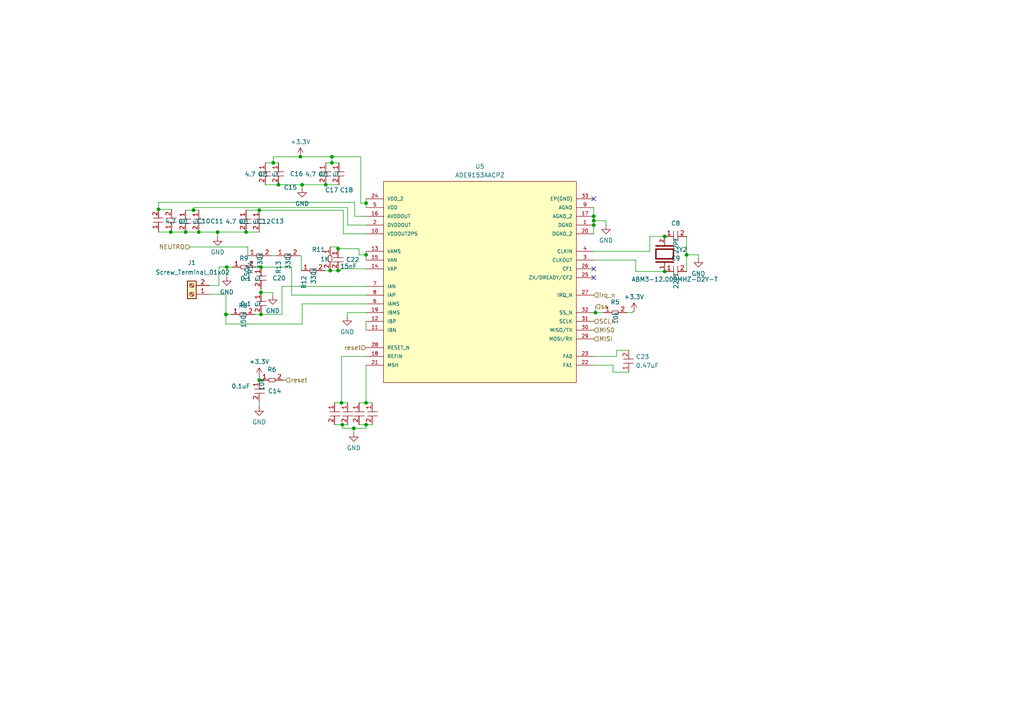
<source format=kicad_sch>
(kicad_sch (version 20230121) (generator eeschema)

  (uuid 24430bd2-3635-459f-b655-558af482b2ac)

  (paper "A4")

  (lib_symbols
    (symbol "ABM3-12.000MHZ-D2Y-T:ABM3-12.000MHZ-D2Y-T" (pin_names (offset 1.016)) (in_bom yes) (on_board yes)
      (property "Reference" "Y" (at -5.0878 3.8159 0)
        (effects (font (size 1.27 1.27)) (justify left bottom))
      )
      (property "Value" "ABM3-12.000MHZ-D2Y-T" (at -5.0944 -5.0944 0)
        (effects (font (size 1.27 1.27)) (justify left bottom))
      )
      (property "Footprint" "ABM3-12.000MHZ-D2Y-T:XTAL_ABM3-12.000MHZ-D2Y-T" (at 0 0 0)
        (effects (font (size 1.27 1.27)) (justify bottom) hide)
      )
      (property "Datasheet" "" (at 0 0 0)
        (effects (font (size 1.27 1.27)) hide)
      )
      (property "MF" "Abracon" (at 0 0 0)
        (effects (font (size 1.27 1.27)) (justify bottom) hide)
      )
      (property "MAXIMUM_PACKAGE_HEIGHT" "1.3 mm" (at 0 0 0)
        (effects (font (size 1.27 1.27)) (justify bottom) hide)
      )
      (property "Package" "SMD-2 Abracon" (at 0 0 0)
        (effects (font (size 1.27 1.27)) (justify bottom) hide)
      )
      (property "Price" "None" (at 0 0 0)
        (effects (font (size 1.27 1.27)) (justify bottom) hide)
      )
      (property "Check_prices" "https://www.snapeda.com/parts/ABM3-12.000MHZ-D2Y-T/Abracon+LLC/view-part/?ref=eda" (at 0 0 0)
        (effects (font (size 1.27 1.27)) (justify bottom) hide)
      )
      (property "STANDARD" "Manufacturer Recommendations" (at 0 0 0)
        (effects (font (size 1.27 1.27)) (justify bottom) hide)
      )
      (property "PARTREV" "4/25/2022" (at 0 0 0)
        (effects (font (size 1.27 1.27)) (justify bottom) hide)
      )
      (property "SnapEDA_Link" "https://www.snapeda.com/parts/ABM3-12.000MHZ-D2Y-T/Abracon+LLC/view-part/?ref=snap" (at 0 0 0)
        (effects (font (size 1.27 1.27)) (justify bottom) hide)
      )
      (property "MP" "ABM3-12.000MHZ-D2Y-T" (at 0 0 0)
        (effects (font (size 1.27 1.27)) (justify bottom) hide)
      )
      (property "Purchase-URL" "https://www.snapeda.com/api/url_track_click_mouser/?unipart_id=418099&manufacturer=Abracon&part_name=ABM3-12.000MHZ-D2Y-T&search_term=abm3-12.000mhz-d2y-t" (at 0 0 0)
        (effects (font (size 1.27 1.27)) (justify bottom) hide)
      )
      (property "Description" "\nCeramic SMD Crystal\n" (at 0 0 0)
        (effects (font (size 1.27 1.27)) (justify bottom) hide)
      )
      (property "Availability" "In Stock" (at 0 0 0)
        (effects (font (size 1.27 1.27)) (justify bottom) hide)
      )
      (property "MANUFACTURER" "Abracon" (at 0 0 0)
        (effects (font (size 1.27 1.27)) (justify bottom) hide)
      )
      (symbol "ABM3-12.000MHZ-D2Y-T_0_0"
        (polyline
          (pts
            (xy -2.3368 2.54)
            (xy -2.3368 -2.54)
          )
          (stroke (width 0.4064) (type default))
          (fill (type none))
        )
        (polyline
          (pts
            (xy -1.397 2.54)
            (xy -1.397 -2.54)
          )
          (stroke (width 0.4064) (type default))
          (fill (type none))
        )
        (polyline
          (pts
            (xy -1.397 2.54)
            (xy 1.397 2.54)
          )
          (stroke (width 0.4064) (type default))
          (fill (type none))
        )
        (polyline
          (pts
            (xy 1.397 -2.54)
            (xy -1.397 -2.54)
          )
          (stroke (width 0.4064) (type default))
          (fill (type none))
        )
        (polyline
          (pts
            (xy 1.397 2.54)
            (xy 1.397 -2.54)
          )
          (stroke (width 0.4064) (type default))
          (fill (type none))
        )
        (polyline
          (pts
            (xy 2.3368 2.54)
            (xy 2.3368 -2.54)
          )
          (stroke (width 0.4064) (type default))
          (fill (type none))
        )
        (pin passive line (at -5.08 0 0) (length 2.54)
          (name "~" (effects (font (size 1.016 1.016))))
          (number "1" (effects (font (size 1.016 1.016))))
        )
        (pin passive line (at 5.08 0 180) (length 2.54)
          (name "~" (effects (font (size 1.016 1.016))))
          (number "2" (effects (font (size 1.016 1.016))))
        )
      )
    )
    (symbol "ADE9153AACPZ:ADE9153AACPZ" (pin_names (offset 1.016)) (in_bom yes) (on_board yes)
      (property "Reference" "U" (at 30.8356 9.1186 0)
        (effects (font (size 1.27 1.27)) (justify left bottom))
      )
      (property "Value" "ADE9153AACPZ" (at 30.2006 6.5786 0)
        (effects (font (size 1.27 1.27)) (justify left bottom))
      )
      (property "Footprint" "ADE9153AACPZ:QFN50P500X500X80-33N" (at 0 0 0)
        (effects (font (size 1.27 1.27)) (justify bottom) hide)
      )
      (property "Datasheet" "" (at 0 0 0)
        (effects (font (size 1.27 1.27)) hide)
      )
      (property "MF" "Analog Devices" (at 0 0 0)
        (effects (font (size 1.27 1.27)) (justify bottom) hide)
      )
      (property "DESCRIPTION" "1 PH MTR IC W/AUTO CALIBRATION" (at 0 0 0)
        (effects (font (size 1.27 1.27)) (justify bottom) hide)
      )
      (property "MANUFACTURER_PN" "ADE9153AACPZ" (at 0 0 0)
        (effects (font (size 1.27 1.27)) (justify bottom) hide)
      )
      (property "Price" "None" (at 0 0 0)
        (effects (font (size 1.27 1.27)) (justify bottom) hide)
      )
      (property "Package" "LFCSP -32 Analog Devices" (at 0 0 0)
        (effects (font (size 1.27 1.27)) (justify bottom) hide)
      )
      (property "Check_prices" "https://www.snapeda.com/parts/ADE9153AACPZ/Analog+Devices/view-part/?ref=eda" (at 0 0 0)
        (effects (font (size 1.27 1.27)) (justify bottom) hide)
      )
      (property "VALUE" "" (at 0 0 0)
        (effects (font (size 1.27 1.27)) (justify bottom) hide)
      )
      (property "Description" "\nEnergy Metering IC with Autocalibration\n" (at 0 0 0)
        (effects (font (size 1.27 1.27)) (justify bottom) hide)
      )
      (property "SnapEDA_Link" "https://www.snapeda.com/parts/ADE9153AACPZ/Analog+Devices/view-part/?ref=snap" (at 0 0 0)
        (effects (font (size 1.27 1.27)) (justify bottom) hide)
      )
      (property "MP" "ADE9153AACPZ" (at 0 0 0)
        (effects (font (size 1.27 1.27)) (justify bottom) hide)
      )
      (property "Purchase-URL" "https://www.snapeda.com/api/url_track_click_mouser/?unipart_id=3119296&manufacturer=Analog Devices&part_name=ADE9153AACPZ&search_term=ade9153" (at 0 0 0)
        (effects (font (size 1.27 1.27)) (justify bottom) hide)
      )
      (property "DIGIKEY" "ADE9153AACPZ-ND" (at 0 0 0)
        (effects (font (size 1.27 1.27)) (justify bottom) hide)
      )
      (property "Availability" "In Stock" (at 0 0 0)
        (effects (font (size 1.27 1.27)) (justify bottom) hide)
      )
      (property "MANUFACTURER" "Analog Devices Inc." (at 0 0 0)
        (effects (font (size 1.27 1.27)) (justify bottom) hide)
      )
      (symbol "ADE9153AACPZ_0_0"
        (rectangle (start 7.62 -53.34) (end 63.5 5.08)
          (stroke (width 0.1524) (type default))
          (fill (type background))
        )
        (pin passive line (at 68.58 -7.62 180) (length 5.08)
          (name "DGND" (effects (font (size 1.016 1.016))))
          (number "1" (effects (font (size 1.016 1.016))))
        )
        (pin passive line (at 2.54 -10.16 0) (length 5.08)
          (name "VDDOUT2P5" (effects (font (size 1.016 1.016))))
          (number "10" (effects (font (size 1.016 1.016))))
        )
        (pin passive line (at 2.54 -38.1 0) (length 5.08)
          (name "IBN" (effects (font (size 1.016 1.016))))
          (number "11" (effects (font (size 1.016 1.016))))
        )
        (pin passive line (at 2.54 -35.56 0) (length 5.08)
          (name "IBP" (effects (font (size 1.016 1.016))))
          (number "12" (effects (font (size 1.016 1.016))))
        )
        (pin passive line (at 2.54 -15.24 0) (length 5.08)
          (name "VAMS" (effects (font (size 1.016 1.016))))
          (number "13" (effects (font (size 1.016 1.016))))
        )
        (pin passive line (at 2.54 -20.32 0) (length 5.08)
          (name "VAP" (effects (font (size 1.016 1.016))))
          (number "14" (effects (font (size 1.016 1.016))))
        )
        (pin passive line (at 2.54 -17.78 0) (length 5.08)
          (name "VAN" (effects (font (size 1.016 1.016))))
          (number "15" (effects (font (size 1.016 1.016))))
        )
        (pin passive line (at 2.54 -5.08 0) (length 5.08)
          (name "AVDDOUT" (effects (font (size 1.016 1.016))))
          (number "16" (effects (font (size 1.016 1.016))))
        )
        (pin passive line (at 68.58 -5.08 180) (length 5.08)
          (name "AGND_2" (effects (font (size 1.016 1.016))))
          (number "17" (effects (font (size 1.016 1.016))))
        )
        (pin passive line (at 2.54 -45.72 0) (length 5.08)
          (name "REFIN" (effects (font (size 1.016 1.016))))
          (number "18" (effects (font (size 1.016 1.016))))
        )
        (pin passive line (at 2.54 -33.02 0) (length 5.08)
          (name "IBMS" (effects (font (size 1.016 1.016))))
          (number "19" (effects (font (size 1.016 1.016))))
        )
        (pin passive line (at 2.54 -7.62 0) (length 5.08)
          (name "DVDDOUT" (effects (font (size 1.016 1.016))))
          (number "2" (effects (font (size 1.016 1.016))))
        )
        (pin passive line (at 68.58 -10.16 180) (length 5.08)
          (name "DGND_2" (effects (font (size 1.016 1.016))))
          (number "20" (effects (font (size 1.016 1.016))))
        )
        (pin passive line (at 2.54 -48.26 0) (length 5.08)
          (name "MSH" (effects (font (size 1.016 1.016))))
          (number "21" (effects (font (size 1.016 1.016))))
        )
        (pin passive line (at 68.58 -48.26 180) (length 5.08)
          (name "FA1" (effects (font (size 1.016 1.016))))
          (number "22" (effects (font (size 1.016 1.016))))
        )
        (pin passive line (at 68.58 -45.72 180) (length 5.08)
          (name "FA0" (effects (font (size 1.016 1.016))))
          (number "23" (effects (font (size 1.016 1.016))))
        )
        (pin passive line (at 2.54 0 0) (length 5.08)
          (name "VDD_2" (effects (font (size 1.016 1.016))))
          (number "24" (effects (font (size 1.016 1.016))))
        )
        (pin passive line (at 68.58 -22.86 180) (length 5.08)
          (name "ZX/DREADY/CF2" (effects (font (size 1.016 1.016))))
          (number "25" (effects (font (size 1.016 1.016))))
        )
        (pin passive line (at 68.58 -20.32 180) (length 5.08)
          (name "CF1" (effects (font (size 1.016 1.016))))
          (number "26" (effects (font (size 1.016 1.016))))
        )
        (pin passive line (at 68.58 -27.94 180) (length 5.08)
          (name "IRQ_N" (effects (font (size 1.016 1.016))))
          (number "27" (effects (font (size 1.016 1.016))))
        )
        (pin passive line (at 2.54 -43.18 0) (length 5.08)
          (name "RESET_N" (effects (font (size 1.016 1.016))))
          (number "28" (effects (font (size 1.016 1.016))))
        )
        (pin passive line (at 68.58 -40.64 180) (length 5.08)
          (name "MOSI/RX" (effects (font (size 1.016 1.016))))
          (number "29" (effects (font (size 1.016 1.016))))
        )
        (pin passive line (at 68.58 -17.78 180) (length 5.08)
          (name "CLKOUT" (effects (font (size 1.016 1.016))))
          (number "3" (effects (font (size 1.016 1.016))))
        )
        (pin passive line (at 68.58 -38.1 180) (length 5.08)
          (name "MISO/TX" (effects (font (size 1.016 1.016))))
          (number "30" (effects (font (size 1.016 1.016))))
        )
        (pin passive line (at 68.58 -35.56 180) (length 5.08)
          (name "SCLK" (effects (font (size 1.016 1.016))))
          (number "31" (effects (font (size 1.016 1.016))))
        )
        (pin passive line (at 68.58 -33.02 180) (length 5.08)
          (name "SS_N" (effects (font (size 1.016 1.016))))
          (number "32" (effects (font (size 1.016 1.016))))
        )
        (pin passive line (at 68.58 0 180) (length 5.08)
          (name "EP(GND)" (effects (font (size 1.016 1.016))))
          (number "33" (effects (font (size 1.016 1.016))))
        )
        (pin passive line (at 68.58 -15.24 180) (length 5.08)
          (name "CLKIN" (effects (font (size 1.016 1.016))))
          (number "4" (effects (font (size 1.016 1.016))))
        )
        (pin passive line (at 2.54 -2.54 0) (length 5.08)
          (name "VDD" (effects (font (size 1.016 1.016))))
          (number "5" (effects (font (size 1.016 1.016))))
        )
        (pin passive line (at 2.54 -30.48 0) (length 5.08)
          (name "IAMS" (effects (font (size 1.016 1.016))))
          (number "6" (effects (font (size 1.016 1.016))))
        )
        (pin passive line (at 2.54 -25.4 0) (length 5.08)
          (name "IAN" (effects (font (size 1.016 1.016))))
          (number "7" (effects (font (size 1.016 1.016))))
        )
        (pin passive line (at 2.54 -27.94 0) (length 5.08)
          (name "IAP" (effects (font (size 1.016 1.016))))
          (number "8" (effects (font (size 1.016 1.016))))
        )
        (pin passive line (at 68.58 -2.54 180) (length 5.08)
          (name "AGND" (effects (font (size 1.016 1.016))))
          (number "9" (effects (font (size 1.016 1.016))))
        )
      )
    )
    (symbol "Connector:Screw_Terminal_01x02" (pin_names (offset 1.016) hide) (in_bom yes) (on_board yes)
      (property "Reference" "J" (at 0 2.54 0)
        (effects (font (size 1.27 1.27)))
      )
      (property "Value" "Screw_Terminal_01x02" (at 0 -5.08 0)
        (effects (font (size 1.27 1.27)))
      )
      (property "Footprint" "" (at 0 0 0)
        (effects (font (size 1.27 1.27)) hide)
      )
      (property "Datasheet" "~" (at 0 0 0)
        (effects (font (size 1.27 1.27)) hide)
      )
      (property "ki_keywords" "screw terminal" (at 0 0 0)
        (effects (font (size 1.27 1.27)) hide)
      )
      (property "ki_description" "Generic screw terminal, single row, 01x02, script generated (kicad-library-utils/schlib/autogen/connector/)" (at 0 0 0)
        (effects (font (size 1.27 1.27)) hide)
      )
      (property "ki_fp_filters" "TerminalBlock*:*" (at 0 0 0)
        (effects (font (size 1.27 1.27)) hide)
      )
      (symbol "Screw_Terminal_01x02_1_1"
        (rectangle (start -1.27 1.27) (end 1.27 -3.81)
          (stroke (width 0.254) (type default))
          (fill (type background))
        )
        (circle (center 0 -2.54) (radius 0.635)
          (stroke (width 0.1524) (type default))
          (fill (type none))
        )
        (polyline
          (pts
            (xy -0.5334 -2.2098)
            (xy 0.3302 -3.048)
          )
          (stroke (width 0.1524) (type default))
          (fill (type none))
        )
        (polyline
          (pts
            (xy -0.5334 0.3302)
            (xy 0.3302 -0.508)
          )
          (stroke (width 0.1524) (type default))
          (fill (type none))
        )
        (polyline
          (pts
            (xy -0.3556 -2.032)
            (xy 0.508 -2.8702)
          )
          (stroke (width 0.1524) (type default))
          (fill (type none))
        )
        (polyline
          (pts
            (xy -0.3556 0.508)
            (xy 0.508 -0.3302)
          )
          (stroke (width 0.1524) (type default))
          (fill (type none))
        )
        (circle (center 0 0) (radius 0.635)
          (stroke (width 0.1524) (type default))
          (fill (type none))
        )
        (pin passive line (at -5.08 0 0) (length 3.81)
          (name "Pin_1" (effects (font (size 1.27 1.27))))
          (number "1" (effects (font (size 1.27 1.27))))
        )
        (pin passive line (at -5.08 -2.54 0) (length 3.81)
          (name "Pin_2" (effects (font (size 1.27 1.27))))
          (number "2" (effects (font (size 1.27 1.27))))
        )
      )
    )
    (symbol "Interface_Ethernet:Capacitor_Ceramico" (in_bom yes) (on_board yes)
      (property "Reference" "C" (at 0 0 0)
        (effects (font (size 1.27 1.27)))
      )
      (property "Value" "" (at 0 0 0)
        (effects (font (size 1.27 1.27)))
      )
      (property "Footprint" "" (at 0 0 0)
        (effects (font (size 1.27 1.27)) hide)
      )
      (property "Datasheet" "" (at 0 0 0)
        (effects (font (size 1.27 1.27)) hide)
      )
      (symbol "Capacitor_Ceramico_0_1"
        (polyline
          (pts
            (xy 1.4478 -0.5334)
            (xy 4.3434 -0.4826)
          )
          (stroke (width 0) (type default))
          (fill (type none))
        )
        (polyline
          (pts
            (xy 1.4478 0.6858)
            (xy 4.318 0.7112)
          )
          (stroke (width 0) (type default))
          (fill (type none))
        )
      )
      (symbol "Capacitor_Ceramico_1_1"
        (pin input line (at 2.794 3.302 270) (length 2.54)
          (name "" (effects (font (size 1.27 1.27))))
          (number "1" (effects (font (size 1.27 1.27))))
        )
        (pin input line (at 2.794 -3.048 90) (length 2.54)
          (name "" (effects (font (size 1.27 1.27))))
          (number "2" (effects (font (size 1.27 1.27))))
        )
      )
    )
    (symbol "New_Library_0:R" (in_bom yes) (on_board yes)
      (property "Reference" "R" (at 0 0 0)
        (effects (font (size 1.27 1.27)))
      )
      (property "Value" "" (at 0 0 0)
        (effects (font (size 1.27 1.27)))
      )
      (property "Footprint" "" (at 0 0 0)
        (effects (font (size 1.27 1.27)) hide)
      )
      (property "Datasheet" "" (at 0 0 0)
        (effects (font (size 1.27 1.27)) hide)
      )
      (symbol "R_0_1"
        (rectangle (start 1.016 1.016) (end 2.032 -0.762)
          (stroke (width 0) (type default))
          (fill (type none))
        )
      )
      (symbol "R_1_1"
        (pin input line (at 1.524 3.556 270) (length 2.54)
          (name "" (effects (font (size 1.27 1.27))))
          (number "1" (effects (font (size 1.27 1.27))))
        )
        (pin input line (at 1.524 -3.302 90) (length 2.54)
          (name "" (effects (font (size 1.27 1.27))))
          (number "2" (effects (font (size 1.27 1.27))))
        )
      )
    )
    (symbol "power:+3.3V" (power) (pin_names (offset 0)) (in_bom yes) (on_board yes)
      (property "Reference" "#PWR" (at 0 -3.81 0)
        (effects (font (size 1.27 1.27)) hide)
      )
      (property "Value" "+3.3V" (at 0 3.556 0)
        (effects (font (size 1.27 1.27)))
      )
      (property "Footprint" "" (at 0 0 0)
        (effects (font (size 1.27 1.27)) hide)
      )
      (property "Datasheet" "" (at 0 0 0)
        (effects (font (size 1.27 1.27)) hide)
      )
      (property "ki_keywords" "global power" (at 0 0 0)
        (effects (font (size 1.27 1.27)) hide)
      )
      (property "ki_description" "Power symbol creates a global label with name \"+3.3V\"" (at 0 0 0)
        (effects (font (size 1.27 1.27)) hide)
      )
      (symbol "+3.3V_0_1"
        (polyline
          (pts
            (xy -0.762 1.27)
            (xy 0 2.54)
          )
          (stroke (width 0) (type default))
          (fill (type none))
        )
        (polyline
          (pts
            (xy 0 0)
            (xy 0 2.54)
          )
          (stroke (width 0) (type default))
          (fill (type none))
        )
        (polyline
          (pts
            (xy 0 2.54)
            (xy 0.762 1.27)
          )
          (stroke (width 0) (type default))
          (fill (type none))
        )
      )
      (symbol "+3.3V_1_1"
        (pin power_in line (at 0 0 90) (length 0) hide
          (name "+3.3V" (effects (font (size 1.27 1.27))))
          (number "1" (effects (font (size 1.27 1.27))))
        )
      )
    )
    (symbol "power:GND" (power) (pin_names (offset 0)) (in_bom yes) (on_board yes)
      (property "Reference" "#PWR" (at 0 -6.35 0)
        (effects (font (size 1.27 1.27)) hide)
      )
      (property "Value" "GND" (at 0 -3.81 0)
        (effects (font (size 1.27 1.27)))
      )
      (property "Footprint" "" (at 0 0 0)
        (effects (font (size 1.27 1.27)) hide)
      )
      (property "Datasheet" "" (at 0 0 0)
        (effects (font (size 1.27 1.27)) hide)
      )
      (property "ki_keywords" "global power" (at 0 0 0)
        (effects (font (size 1.27 1.27)) hide)
      )
      (property "ki_description" "Power symbol creates a global label with name \"GND\" , ground" (at 0 0 0)
        (effects (font (size 1.27 1.27)) hide)
      )
      (symbol "GND_0_1"
        (polyline
          (pts
            (xy 0 0)
            (xy 0 -1.27)
            (xy 1.27 -1.27)
            (xy 0 -2.54)
            (xy -1.27 -1.27)
            (xy 0 -1.27)
          )
          (stroke (width 0) (type default))
          (fill (type none))
        )
      )
      (symbol "GND_1_1"
        (pin power_in line (at 0 0 270) (length 0) hide
          (name "GND" (effects (font (size 1.27 1.27))))
          (number "1" (effects (font (size 1.27 1.27))))
        )
      )
    )
  )

  (junction (at 96.266 45.466) (diameter 0) (color 0 0 0 0)
    (uuid 017f6cf7-023e-4e35-a5c2-603b6dbf5568)
  )
  (junction (at 106.172 58.928) (diameter 0) (color 0 0 0 0)
    (uuid 01fcc4eb-0291-469e-8d41-3c3498c9d5b4)
  )
  (junction (at 53.848 67.31) (diameter 0) (color 0 0 0 0)
    (uuid 033dbf63-0bfd-498b-a32e-253a300faf43)
  )
  (junction (at 95.758 78.486) (diameter 0) (color 0 0 0 0)
    (uuid 09d347f5-e37e-4ea1-bfa8-eac72287a716)
  )
  (junction (at 102.616 124.206) (diameter 0) (color 0 0 0 0)
    (uuid 0ae060ba-bbb8-4c12-8aaf-0b13e3a7dd09)
  )
  (junction (at 199.136 73.914) (diameter 0) (color 0 0 0 0)
    (uuid 0ecabbab-e191-4a85-9620-5b925f43d766)
  )
  (junction (at 57.658 67.31) (diameter 0) (color 0 0 0 0)
    (uuid 14ef8c12-952f-4fb9-839c-1eb670e684e2)
  )
  (junction (at 49.53 67.31) (diameter 0) (color 0 0 0 0)
    (uuid 156360c0-2753-45ff-87f0-23e7ec2f8a0c)
  )
  (junction (at 75.184 60.96) (diameter 0) (color 0 0 0 0)
    (uuid 3b184ad1-8bf7-494a-9655-15e0e25cccb6)
  )
  (junction (at 192.786 78.74) (diameter 0) (color 0 0 0 0)
    (uuid 400024f5-4506-4476-b4f8-5b478b1f8090)
  )
  (junction (at 65.532 91.186) (diameter 0) (color 0 0 0 0)
    (uuid 42d7f214-cae3-40b5-a4c6-061e457a63a3)
  )
  (junction (at 94.488 53.594) (diameter 0) (color 0 0 0 0)
    (uuid 48ddd6d0-3201-489d-94c7-e087b0c0f94b)
  )
  (junction (at 99.06 116.84) (diameter 0) (color 0 0 0 0)
    (uuid 4e38b205-0049-4e15-acb1-5c3e0d683e4c)
  )
  (junction (at 56.134 60.96) (diameter 0) (color 0 0 0 0)
    (uuid 50d53bd2-3849-496a-9273-03f20276f233)
  )
  (junction (at 71.374 67.31) (diameter 0) (color 0 0 0 0)
    (uuid 5539d28c-4534-4c69-bf54-d3717dce8852)
  )
  (junction (at 106.172 116.84) (diameter 0) (color 0 0 0 0)
    (uuid 5a1dd52d-03fa-48d4-9867-eaa2c3b2a2fe)
  )
  (junction (at 45.974 60.706) (diameter 0) (color 0 0 0 0)
    (uuid 5c1bbba5-223e-45ff-a561-ed049628febc)
  )
  (junction (at 87.63 53.594) (diameter 0) (color 0 0 0 0)
    (uuid 608b45f5-e401-475d-a7fc-cd28d20e0538)
  )
  (junction (at 172.212 65.278) (diameter 0) (color 0 0 0 0)
    (uuid 6c276fd8-0740-4db5-9d57-64c5213b13a3)
  )
  (junction (at 96.266 47.244) (diameter 0) (color 0 0 0 0)
    (uuid 6ebf0d3b-97e7-4fd2-963b-46f1e2508338)
  )
  (junction (at 172.212 62.738) (diameter 0) (color 0 0 0 0)
    (uuid 740b0e07-d11e-43ca-a809-fb05b3b57b75)
  )
  (junction (at 192.786 68.58) (diameter 0) (color 0 0 0 0)
    (uuid 78708821-44f6-4690-87de-380225a60b8d)
  )
  (junction (at 63.119 67.31) (diameter 0) (color 0 0 0 0)
    (uuid 7cf41d96-aee8-44a7-bd14-1f384b402787)
  )
  (junction (at 172.72 90.678) (diameter 0) (color 0 0 0 0)
    (uuid 8303f454-ed8e-4367-b24d-090b669af8cd)
  )
  (junction (at 99.314 123.19) (diameter 0) (color 0 0 0 0)
    (uuid 9416aee1-70c9-4b63-8641-b264b3d65f28)
  )
  (junction (at 172.212 64.008) (diameter 0) (color 0 0 0 0)
    (uuid 998d6105-6809-40bb-984f-f49613449b32)
  )
  (junction (at 80.772 53.594) (diameter 0) (color 0 0 0 0)
    (uuid 9b3ff1fe-0c1f-4859-92ec-4086f05b8be0)
  )
  (junction (at 75.692 84.836) (diameter 0) (color 0 0 0 0)
    (uuid b0a0f075-4dea-4c5b-81a8-165bc26f3237)
  )
  (junction (at 98.044 72.136) (diameter 0) (color 0 0 0 0)
    (uuid b0b680de-8dee-4d46-ac49-dbe7f091e5e5)
  )
  (junction (at 75.184 110.236) (diameter 0) (color 0 0 0 0)
    (uuid b19e56f7-0414-46bb-89ac-f6ce858a3439)
  )
  (junction (at 65.786 77.47) (diameter 0) (color 0 0 0 0)
    (uuid b6d8fdfd-af8a-4c4d-8146-6fa1c5538144)
  )
  (junction (at 75.692 77.47) (diameter 0) (color 0 0 0 0)
    (uuid b8e001f6-f413-47c0-b7d3-3ada41dbf79c)
  )
  (junction (at 87.122 45.466) (diameter 0) (color 0 0 0 0)
    (uuid c165dbf9-2f20-41ff-94a2-7dcb67e0c7f9)
  )
  (junction (at 98.044 78.486) (diameter 0) (color 0 0 0 0)
    (uuid daeb632f-814a-4a23-a1fe-86d7e5eabbe8)
  )
  (junction (at 79.248 47.244) (diameter 0) (color 0 0 0 0)
    (uuid dbe03fc4-92df-4f43-9738-5621953217e1)
  )
  (junction (at 106.172 123.19) (diameter 0) (color 0 0 0 0)
    (uuid dc138527-67db-47ac-a2ac-2c9001a2bb6d)
  )
  (junction (at 106.172 73.914) (diameter 0) (color 0 0 0 0)
    (uuid e84b7ac3-fefa-4919-bb6f-8f8f57f074d4)
  )
  (junction (at 75.692 91.186) (diameter 0) (color 0 0 0 0)
    (uuid f1910319-c267-4f1e-845a-06d78adc60fc)
  )

  (no_connect (at 172.212 57.658) (uuid 18a01682-99ea-4456-a167-e55788c55729))
  (no_connect (at 172.212 80.518) (uuid 76888ecd-bf14-44c3-be5f-3b313ae9b502))
  (no_connect (at 172.212 77.978) (uuid 86ceebd6-8974-46b0-9cab-89cf9ddd765f))

  (wire (pts (xy 75.184 109.22) (xy 75.184 110.236))
    (stroke (width 0) (type default))
    (uuid 0080681e-8c86-47ab-af3c-a0ab59735536)
  )
  (wire (pts (xy 175.006 90.678) (xy 172.72 90.678))
    (stroke (width 0) (type default))
    (uuid 00af2fc5-15d3-4f31-8272-dd5c16193f81)
  )
  (wire (pts (xy 172.212 62.738) (xy 172.212 64.008))
    (stroke (width 0) (type default))
    (uuid 01748f3e-3d96-43bc-bc73-d4541c8fa33a)
  )
  (wire (pts (xy 106.172 58.928) (xy 106.172 60.198))
    (stroke (width 0) (type default))
    (uuid 0363a401-ae7f-4799-8faa-0caa494a0748)
  )
  (wire (pts (xy 172.72 88.9) (xy 172.72 90.678))
    (stroke (width 0) (type default))
    (uuid 0450757b-6843-4847-8b7b-24dbd4d49cf7)
  )
  (wire (pts (xy 81.788 83.058) (xy 106.172 83.058))
    (stroke (width 0) (type default))
    (uuid 06149e09-968c-4343-9193-4727831e4aa7)
  )
  (wire (pts (xy 177.8 107.95) (xy 182.372 107.95))
    (stroke (width 0) (type default))
    (uuid 0a2fad56-0f4e-4190-99f1-1792c16f2e1b)
  )
  (wire (pts (xy 80.772 53.594) (xy 87.63 53.594))
    (stroke (width 0) (type default))
    (uuid 0b030220-6543-4208-9674-d929c84c4d38)
  )
  (wire (pts (xy 98.044 71.628) (xy 98.044 72.136))
    (stroke (width 0) (type default))
    (uuid 0e30b037-309a-4e0e-8ab4-60b1d558b842)
  )
  (wire (pts (xy 55.118 71.628) (xy 71.882 71.628))
    (stroke (width 0) (type default))
    (uuid 10739ef8-c089-4f64-84ed-9257d3a9829c)
  )
  (wire (pts (xy 106.172 73.914) (xy 106.172 75.438))
    (stroke (width 0) (type default))
    (uuid 10c37cf7-bac6-4d63-baee-7dc1d01b5388)
  )
  (wire (pts (xy 71.374 67.31) (xy 75.184 67.31))
    (stroke (width 0) (type default))
    (uuid 10dd9696-1a00-4936-9074-b8d96e025564)
  )
  (wire (pts (xy 79.248 45.466) (xy 79.248 47.244))
    (stroke (width 0) (type default))
    (uuid 12308cec-2af9-48cb-be1a-b07bc71f5288)
  )
  (wire (pts (xy 104.648 45.466) (xy 104.648 58.928))
    (stroke (width 0) (type default))
    (uuid 158437bb-cbd7-4169-ac18-de7e2287632b)
  )
  (wire (pts (xy 45.974 60.706) (xy 49.784 60.706))
    (stroke (width 0) (type default))
    (uuid 169e8d64-701b-4720-82ec-a3c5786c6b4f)
  )
  (wire (pts (xy 63.5 77.47) (xy 65.786 77.47))
    (stroke (width 0) (type default))
    (uuid 1c1ca0ff-4339-49d0-ba42-f734ea1c3136)
  )
  (wire (pts (xy 104.14 116.84) (xy 106.172 116.84))
    (stroke (width 0) (type default))
    (uuid 1f6c3b04-61bd-42a6-9fdc-3b946476b048)
  )
  (wire (pts (xy 45.974 60.706) (xy 45.974 58.674))
    (stroke (width 0) (type default))
    (uuid 24061582-62be-424c-aa13-54ba36426eba)
  )
  (wire (pts (xy 63.5 82.804) (xy 63.5 77.47))
    (stroke (width 0) (type default))
    (uuid 253a3843-1f62-44ef-be26-940b7eedf847)
  )
  (wire (pts (xy 79.121 85.725) (xy 79.121 84.836))
    (stroke (width 0) (type default))
    (uuid 25e91bcf-4610-4816-9fbc-c6614626f269)
  )
  (wire (pts (xy 106.172 116.84) (xy 107.95 116.84))
    (stroke (width 0) (type default))
    (uuid 276d4289-af4d-442d-aa30-4b379b9a10ee)
  )
  (wire (pts (xy 188.468 72.898) (xy 188.468 68.58))
    (stroke (width 0) (type default))
    (uuid 2922c899-8bec-4331-8596-ba445a56c6ea)
  )
  (wire (pts (xy 99.06 103.378) (xy 106.172 103.378))
    (stroke (width 0) (type default))
    (uuid 2a29ba53-eaf8-430c-a54a-f8e9dbcd881b)
  )
  (wire (pts (xy 56.134 60.96) (xy 57.658 60.96))
    (stroke (width 0) (type default))
    (uuid 2afd2654-322b-4e92-a43b-2b6928b5d44a)
  )
  (wire (pts (xy 96.266 45.466) (xy 104.648 45.466))
    (stroke (width 0) (type default))
    (uuid 2d86f331-6e58-445e-affa-5d34149d6d89)
  )
  (wire (pts (xy 79.248 45.466) (xy 87.122 45.466))
    (stroke (width 0) (type default))
    (uuid 2db2d15f-22ba-432d-ade8-1bc442eb9013)
  )
  (wire (pts (xy 102.87 58.674) (xy 102.87 62.738))
    (stroke (width 0) (type default))
    (uuid 2e4d0e02-5bf5-40b8-a20f-53567a91456a)
  )
  (wire (pts (xy 87.63 88.138) (xy 106.172 88.138))
    (stroke (width 0) (type default))
    (uuid 2fb51d53-58f7-466d-a1b3-74e786a7b5e2)
  )
  (wire (pts (xy 86.868 74.168) (xy 87.376 74.168))
    (stroke (width 0) (type default))
    (uuid 309538f2-5a1a-4847-a1ec-e0fe909faf61)
  )
  (wire (pts (xy 75.184 110.236) (xy 75.438 110.236))
    (stroke (width 0) (type default))
    (uuid 33d3a253-499c-463a-9142-f65bd5430882)
  )
  (wire (pts (xy 73.914 91.186) (xy 75.692 91.186))
    (stroke (width 0) (type default))
    (uuid 34596cc9-8c09-411e-83e0-6ec6ea0d6670)
  )
  (wire (pts (xy 178.816 101.6) (xy 182.372 101.6))
    (stroke (width 0) (type default))
    (uuid 3bdb7083-556c-451f-b87a-992162c10871)
  )
  (wire (pts (xy 172.212 103.378) (xy 178.816 103.378))
    (stroke (width 0) (type default))
    (uuid 3cbac54b-98ca-454c-ab9c-0ad1be4580d4)
  )
  (wire (pts (xy 75.184 60.96) (xy 99.568 60.96))
    (stroke (width 0) (type default))
    (uuid 3d0aa173-f902-41b5-b75c-85b3518efb68)
  )
  (wire (pts (xy 56.134 60.198) (xy 100.838 60.198))
    (stroke (width 0) (type default))
    (uuid 3d1a7d86-4260-436c-b934-f7d0552c1f57)
  )
  (wire (pts (xy 172.212 65.278) (xy 172.212 67.818))
    (stroke (width 0) (type default))
    (uuid 3e2bbc7e-4ed1-4abf-be84-db4702afc680)
  )
  (wire (pts (xy 102.616 124.206) (xy 106.172 124.206))
    (stroke (width 0) (type default))
    (uuid 49458afb-2ead-419d-98b5-c1577e6a98f7)
  )
  (wire (pts (xy 100.838 60.198) (xy 100.838 65.278))
    (stroke (width 0) (type default))
    (uuid 4a3f47ec-0bcd-44c1-8412-c0356637882a)
  )
  (wire (pts (xy 53.848 60.96) (xy 56.134 60.96))
    (stroke (width 0) (type default))
    (uuid 4af5e128-5ffe-4b36-92e5-c8fde6072647)
  )
  (wire (pts (xy 60.706 85.344) (xy 65.532 85.344))
    (stroke (width 0) (type default))
    (uuid 4bdd6450-4478-4aa1-9f03-359ed91dec63)
  )
  (wire (pts (xy 99.314 123.19) (xy 100.838 123.19))
    (stroke (width 0) (type default))
    (uuid 4f6ba1cc-854e-4661-a396-96816a6e65f4)
  )
  (wire (pts (xy 45.974 58.674) (xy 102.87 58.674))
    (stroke (width 0) (type default))
    (uuid 4f7052c7-5ed2-470e-b995-c71885e805da)
  )
  (wire (pts (xy 106.172 93.218) (xy 106.172 95.758))
    (stroke (width 0) (type default))
    (uuid 554ad74a-ae6e-45ce-9afa-91247ed8086f)
  )
  (wire (pts (xy 102.87 62.738) (xy 106.172 62.738))
    (stroke (width 0) (type default))
    (uuid 56c1a425-7423-4dc2-9ba4-5a1bc1f8c96a)
  )
  (wire (pts (xy 184.404 78.74) (xy 184.404 75.438))
    (stroke (width 0) (type default))
    (uuid 5bca6071-f383-412f-b377-1df93d70eefa)
  )
  (wire (pts (xy 104.14 123.19) (xy 106.172 123.19))
    (stroke (width 0) (type default))
    (uuid 6533dcf9-3275-46e6-9b9c-c7b87f95d993)
  )
  (wire (pts (xy 65.532 85.344) (xy 65.532 91.186))
    (stroke (width 0) (type default))
    (uuid 66fa278e-eec3-4bb1-a27d-03949997062f)
  )
  (wire (pts (xy 100.838 65.278) (xy 106.172 65.278))
    (stroke (width 0) (type default))
    (uuid 6c109bdb-24b7-4992-a97c-27af2d7e9864)
  )
  (wire (pts (xy 104.14 73.914) (xy 106.172 73.914))
    (stroke (width 0) (type default))
    (uuid 6d1003a4-243b-4023-8831-009da3aa4d10)
  )
  (wire (pts (xy 184.404 75.438) (xy 172.212 75.438))
    (stroke (width 0) (type default))
    (uuid 6ee8aaad-f6f4-4aae-a811-384b707cb0c6)
  )
  (wire (pts (xy 106.172 77.978) (xy 98.806 77.978))
    (stroke (width 0) (type default))
    (uuid 6f288147-6586-42d3-b315-c8f655bb20a8)
  )
  (wire (pts (xy 94.488 53.594) (xy 98.298 53.594))
    (stroke (width 0) (type default))
    (uuid 707eef1e-b059-409c-bad6-928e1694cc3e)
  )
  (wire (pts (xy 65.532 93.98) (xy 65.532 91.186))
    (stroke (width 0) (type default))
    (uuid 7112ce8c-2add-482b-9b69-6210bd975cc1)
  )
  (wire (pts (xy 81.788 91.186) (xy 75.692 91.186))
    (stroke (width 0) (type default))
    (uuid 722862e7-40b4-44e8-8bbe-001fd020fc46)
  )
  (wire (pts (xy 45.974 67.056) (xy 45.974 67.31))
    (stroke (width 0) (type default))
    (uuid 731cffc6-19a8-40b3-8eec-5fc7cb0ae7e8)
  )
  (wire (pts (xy 75.692 84.836) (xy 79.121 84.836))
    (stroke (width 0) (type default))
    (uuid 7390686f-feb7-47bc-b7bf-37358ac805e5)
  )
  (wire (pts (xy 71.374 60.96) (xy 75.184 60.96))
    (stroke (width 0) (type default))
    (uuid 7414a2a6-e0c1-47c1-9811-32c56ca7615a)
  )
  (wire (pts (xy 96.266 47.244) (xy 98.298 47.244))
    (stroke (width 0) (type default))
    (uuid 75f1d2f3-c657-4956-b0fb-58e0e441f35a)
  )
  (wire (pts (xy 81.788 83.058) (xy 81.788 91.186))
    (stroke (width 0) (type default))
    (uuid 766ee743-35fd-4644-88ec-e259ba9dd0f1)
  )
  (wire (pts (xy 106.172 57.658) (xy 106.172 58.928))
    (stroke (width 0) (type default))
    (uuid 76b4a119-3d58-410a-ab63-2dee14332510)
  )
  (wire (pts (xy 74.168 77.47) (xy 75.692 77.47))
    (stroke (width 0) (type default))
    (uuid 773d89c8-8cc2-48f1-87d9-5ced1532a10d)
  )
  (wire (pts (xy 172.212 72.898) (xy 188.468 72.898))
    (stroke (width 0) (type default))
    (uuid 79e76984-a634-4b94-a798-010794d7a7ab)
  )
  (wire (pts (xy 57.658 67.31) (xy 63.119 67.31))
    (stroke (width 0) (type default))
    (uuid 7be96620-f74f-4f02-a399-3d38b499bc30)
  )
  (wire (pts (xy 188.468 68.58) (xy 192.786 68.58))
    (stroke (width 0) (type default))
    (uuid 7c1a8e94-c2dd-43dc-a7bd-19ba25bd8d07)
  )
  (wire (pts (xy 172.212 60.198) (xy 172.212 62.738))
    (stroke (width 0) (type default))
    (uuid 7dd273fe-28f9-464d-8956-944d6279e53d)
  )
  (wire (pts (xy 192.786 78.74) (xy 184.404 78.74))
    (stroke (width 0) (type default))
    (uuid 7ed70305-6d25-4c41-ab5b-0817fe75fd68)
  )
  (wire (pts (xy 98.806 78.486) (xy 98.044 78.486))
    (stroke (width 0) (type default))
    (uuid 7f742abd-325e-4745-9bab-b17397fe5849)
  )
  (wire (pts (xy 106.172 72.898) (xy 106.172 73.914))
    (stroke (width 0) (type default))
    (uuid 809352f2-db45-4c49-a658-af6633d0b2b9)
  )
  (wire (pts (xy 177.8 105.918) (xy 177.8 107.95))
    (stroke (width 0) (type default))
    (uuid 861b2c78-e26d-42fa-acbd-828655327e9c)
  )
  (wire (pts (xy 74.676 62.23) (xy 75.184 62.23))
    (stroke (width 0) (type default))
    (uuid 87789302-bed7-44bc-87a2-ad09a4120123)
  )
  (wire (pts (xy 199.136 73.914) (xy 199.136 78.74))
    (stroke (width 0) (type default))
    (uuid 89d9058c-e60f-4728-a97a-14280567fee1)
  )
  (wire (pts (xy 98.044 72.136) (xy 104.14 72.136))
    (stroke (width 0) (type default))
    (uuid 8a931605-5370-423d-97be-3e3581dc4775)
  )
  (wire (pts (xy 71.882 71.628) (xy 71.882 74.168))
    (stroke (width 0) (type default))
    (uuid 8c1d8c10-7f9d-4d20-88c4-302a3fdd10b8)
  )
  (wire (pts (xy 106.172 85.598) (xy 84.582 85.598))
    (stroke (width 0) (type default))
    (uuid 8cfcdf6c-4384-450f-bc53-f331eb4245fa)
  )
  (wire (pts (xy 95.758 71.628) (xy 98.044 71.628))
    (stroke (width 0) (type default))
    (uuid 8f2d5f07-620d-4bb4-83af-94b8c36041fa)
  )
  (wire (pts (xy 100.711 91.821) (xy 100.711 90.678))
    (stroke (width 0) (type default))
    (uuid 93e6aa29-7b3b-4d92-910d-8668803bc5c3)
  )
  (wire (pts (xy 82.804 110.236) (xy 82.296 110.236))
    (stroke (width 0) (type default))
    (uuid 940453b4-8c80-450b-ae6c-7ffc502706d0)
  )
  (wire (pts (xy 199.136 73.914) (xy 202.565 73.914))
    (stroke (width 0) (type default))
    (uuid 94435dd6-e92b-4f53-b78b-318bdacc03bc)
  )
  (wire (pts (xy 99.314 124.206) (xy 102.616 124.206))
    (stroke (width 0) (type default))
    (uuid 9538a504-12ff-4f56-911f-9b94cce68c73)
  )
  (wire (pts (xy 100.711 90.678) (xy 106.172 90.678))
    (stroke (width 0) (type default))
    (uuid 95c2fb0c-b665-46d7-aa54-514400f1e040)
  )
  (wire (pts (xy 102.616 124.206) (xy 102.616 125.476))
    (stroke (width 0) (type default))
    (uuid 966b1bcf-d345-49ae-93e3-6bedbfd982e4)
  )
  (wire (pts (xy 75.184 116.586) (xy 75.184 117.983))
    (stroke (width 0) (type default))
    (uuid 9737e4ed-8f73-4546-b4b3-4361c00f537f)
  )
  (wire (pts (xy 104.14 72.136) (xy 104.14 73.914))
    (stroke (width 0) (type default))
    (uuid 9a821e95-ddfa-4d04-944e-08213c72ba1a)
  )
  (wire (pts (xy 94.488 47.244) (xy 96.266 47.244))
    (stroke (width 0) (type default))
    (uuid 9b0704f2-61d8-4770-a35f-1f17ede440b7)
  )
  (wire (pts (xy 106.172 123.19) (xy 107.95 123.19))
    (stroke (width 0) (type default))
    (uuid 9e7fd3fa-10ab-4357-a14a-4fdc421a6cb9)
  )
  (wire (pts (xy 96.266 45.466) (xy 96.266 47.244))
    (stroke (width 0) (type default))
    (uuid a01e51c1-4ef6-4450-9da4-0d22d306e3a6)
  )
  (wire (pts (xy 99.568 67.818) (xy 106.172 67.818))
    (stroke (width 0) (type default))
    (uuid a1357f2f-7093-4864-a042-d74c1568bff1)
  )
  (wire (pts (xy 106.172 124.206) (xy 106.172 123.19))
    (stroke (width 0) (type default))
    (uuid a51c852c-98a0-4f7e-ab3a-1fa3fd54311d)
  )
  (wire (pts (xy 76.962 47.244) (xy 79.248 47.244))
    (stroke (width 0) (type default))
    (uuid a7f3aa49-8174-42d5-84b6-6552a21ab036)
  )
  (wire (pts (xy 175.768 65.278) (xy 175.768 64.008))
    (stroke (width 0) (type default))
    (uuid ab7f0e29-f9bb-49fa-98f8-cda1682fa838)
  )
  (wire (pts (xy 87.63 93.98) (xy 87.63 88.138))
    (stroke (width 0) (type default))
    (uuid ac5fac79-cb42-42a5-be34-dd6a86772335)
  )
  (wire (pts (xy 84.582 85.598) (xy 84.582 77.47))
    (stroke (width 0) (type default))
    (uuid adc17bba-a771-4dfd-8d1c-e7a3d16e9775)
  )
  (wire (pts (xy 183.896 90.424) (xy 183.388 90.424))
    (stroke (width 0) (type default))
    (uuid b052f9ea-c946-45dd-853b-2c63f57f5831)
  )
  (wire (pts (xy 172.212 105.918) (xy 177.8 105.918))
    (stroke (width 0) (type default))
    (uuid b068a89a-da31-461f-b097-050577fafa68)
  )
  (wire (pts (xy 183.388 90.678) (xy 181.864 90.678))
    (stroke (width 0) (type default))
    (uuid b14f43cc-9780-42cd-b4f1-5639dae5bd5c)
  )
  (wire (pts (xy 87.122 45.466) (xy 96.266 45.466))
    (stroke (width 0) (type default))
    (uuid b34f77af-017a-4d87-ab36-b9da0a7869a2)
  )
  (wire (pts (xy 183.388 90.678) (xy 183.388 90.424))
    (stroke (width 0) (type default))
    (uuid b4e87036-b37f-4bf3-9829-f33ca8263435)
  )
  (wire (pts (xy 94.234 78.486) (xy 95.758 78.486))
    (stroke (width 0) (type default))
    (uuid b71911ec-c166-4f2a-99ff-23dbf39672fb)
  )
  (wire (pts (xy 99.568 60.96) (xy 99.568 67.818))
    (stroke (width 0) (type default))
    (uuid b8bb6859-6e6d-4198-ad98-94ccdd252b99)
  )
  (wire (pts (xy 75.692 77.47) (xy 84.582 77.47))
    (stroke (width 0) (type default))
    (uuid ba2545be-93f6-44cb-816c-feeaa7f783b5)
  )
  (wire (pts (xy 56.134 60.198) (xy 56.134 60.96))
    (stroke (width 0) (type default))
    (uuid bab2a45c-fe42-4a2c-8035-057e0281fb00)
  )
  (wire (pts (xy 49.53 67.31) (xy 53.848 67.31))
    (stroke (width 0) (type default))
    (uuid c0570fd6-4150-4575-877a-55d9d9c3302e)
  )
  (wire (pts (xy 65.532 91.186) (xy 67.056 91.186))
    (stroke (width 0) (type default))
    (uuid c340bd49-7c75-4da0-b87e-ee5ab37c2d16)
  )
  (wire (pts (xy 99.314 124.206) (xy 99.314 123.19))
    (stroke (width 0) (type default))
    (uuid c3a4800b-27c9-4703-a441-92d228564f8e)
  )
  (wire (pts (xy 99.06 116.84) (xy 100.838 116.84))
    (stroke (width 0) (type default))
    (uuid c43b37e7-0488-492e-bfee-0901ecea5696)
  )
  (wire (pts (xy 75.184 62.23) (xy 75.184 60.96))
    (stroke (width 0) (type default))
    (uuid c60a16bb-befc-4b45-ab69-80c77c1c3bc3)
  )
  (wire (pts (xy 79.248 47.244) (xy 80.772 47.244))
    (stroke (width 0) (type default))
    (uuid c611f791-eff7-403f-a6e4-bde503e493d9)
  )
  (wire (pts (xy 99.06 103.378) (xy 99.06 116.84))
    (stroke (width 0) (type default))
    (uuid c7ba5a04-bd48-430e-b160-aecc4b92326c)
  )
  (wire (pts (xy 78.74 74.168) (xy 80.01 74.168))
    (stroke (width 0) (type default))
    (uuid c853d20c-57dc-4d31-a3d2-4f1acc9e026f)
  )
  (wire (pts (xy 87.63 53.594) (xy 94.488 53.594))
    (stroke (width 0) (type default))
    (uuid c9ba92c0-e51d-4513-a0f1-cf1bfda24b0a)
  )
  (wire (pts (xy 98.806 77.978) (xy 98.806 78.486))
    (stroke (width 0) (type default))
    (uuid caafc649-e4f9-4fe2-bfaf-d081e3b5dac0)
  )
  (wire (pts (xy 49.53 67.056) (xy 49.53 67.31))
    (stroke (width 0) (type default))
    (uuid cb8350db-fd5f-4e5f-ad52-cf482c40487f)
  )
  (wire (pts (xy 178.816 103.378) (xy 178.816 101.6))
    (stroke (width 0) (type default))
    (uuid d08c7bc6-3c3b-4d4b-9643-1ab768ab172d)
  )
  (wire (pts (xy 65.786 77.47) (xy 67.31 77.47))
    (stroke (width 0) (type default))
    (uuid d173fcd2-f81e-4617-9f46-2f0ef2e70e56)
  )
  (wire (pts (xy 87.63 53.594) (xy 87.63 54.61))
    (stroke (width 0) (type default))
    (uuid d37eac3f-e7af-4655-9e09-63a20547d091)
  )
  (wire (pts (xy 97.028 123.19) (xy 99.314 123.19))
    (stroke (width 0) (type default))
    (uuid d44d1c96-ed26-461f-9124-3deed132f9fb)
  )
  (wire (pts (xy 65.786 77.47) (xy 65.786 80.264))
    (stroke (width 0) (type default))
    (uuid d616ab3b-4a33-4770-a66c-6725587f4595)
  )
  (wire (pts (xy 202.565 74.93) (xy 202.565 73.914))
    (stroke (width 0) (type default))
    (uuid db59a31f-42ee-4087-95bc-4aa465843ef7)
  )
  (wire (pts (xy 76.962 53.594) (xy 80.772 53.594))
    (stroke (width 0) (type default))
    (uuid ddeca901-89e8-4206-b99d-4c5018f58081)
  )
  (wire (pts (xy 175.768 64.008) (xy 172.212 64.008))
    (stroke (width 0) (type default))
    (uuid e02e185a-f6d4-4879-96d2-4510a6b51218)
  )
  (wire (pts (xy 60.706 82.804) (xy 63.5 82.804))
    (stroke (width 0) (type default))
    (uuid e0f63ca6-b234-4f2e-8243-a357232da372)
  )
  (wire (pts (xy 87.376 74.168) (xy 87.376 78.486))
    (stroke (width 0) (type default))
    (uuid e108483d-49e2-424c-9467-3f83e69e5e61)
  )
  (wire (pts (xy 172.72 90.678) (xy 172.212 90.678))
    (stroke (width 0) (type default))
    (uuid e5375414-7919-46ba-88f7-e2e1f76a9974)
  )
  (wire (pts (xy 65.532 93.98) (xy 87.63 93.98))
    (stroke (width 0) (type default))
    (uuid e5641306-5191-4239-ac2a-c889bbb34120)
  )
  (wire (pts (xy 199.136 68.58) (xy 199.136 73.914))
    (stroke (width 0) (type default))
    (uuid e90ef280-9c61-411a-956a-e45271da6eeb)
  )
  (wire (pts (xy 98.044 78.486) (xy 95.758 78.486))
    (stroke (width 0) (type default))
    (uuid e921970d-5c73-44c0-8dea-40d07cc82348)
  )
  (wire (pts (xy 49.784 67.056) (xy 49.53 67.056))
    (stroke (width 0) (type default))
    (uuid eb43cc9f-e0bc-4505-a155-113e70690917)
  )
  (wire (pts (xy 172.212 64.008) (xy 172.212 65.278))
    (stroke (width 0) (type default))
    (uuid ee6195e9-56fd-4b6d-8a04-be271a4f5b07)
  )
  (wire (pts (xy 97.028 116.84) (xy 99.06 116.84))
    (stroke (width 0) (type default))
    (uuid f2039017-b732-4913-929b-c0d46c5833c9)
  )
  (wire (pts (xy 45.974 67.31) (xy 49.53 67.31))
    (stroke (width 0) (type default))
    (uuid f4959eef-8147-4644-baf6-12e8f391dc7a)
  )
  (wire (pts (xy 75.692 84.836) (xy 75.692 83.82))
    (stroke (width 0) (type default))
    (uuid f5177f48-07c5-4196-8c7e-c6f21bf6aa82)
  )
  (wire (pts (xy 63.119 67.31) (xy 63.119 68.707))
    (stroke (width 0) (type default))
    (uuid f7009f50-80ce-481d-9ea1-6c8cd0b34d2a)
  )
  (wire (pts (xy 53.848 67.31) (xy 57.658 67.31))
    (stroke (width 0) (type default))
    (uuid f817debd-eadf-4e3c-90c6-b89abaf44f33)
  )
  (wire (pts (xy 104.648 58.928) (xy 106.172 58.928))
    (stroke (width 0) (type default))
    (uuid fa364c84-b948-4de9-b295-e2d6264bab94)
  )
  (wire (pts (xy 106.172 105.918) (xy 106.172 116.84))
    (stroke (width 0) (type default))
    (uuid fb844a45-ac53-4702-b2d0-5bbcdc7b1322)
  )
  (wire (pts (xy 63.119 67.31) (xy 71.374 67.31))
    (stroke (width 0) (type default))
    (uuid fdcd16a1-0b97-4eb1-a3c8-09dd2941610a)
  )

  (hierarchical_label "ss" (shape input) (at 172.72 88.9 0) (fields_autoplaced)
    (effects (font (size 1.27 1.27)) (justify left))
    (uuid 02c7260f-f359-43f0-9dea-52233716ae79)
  )
  (hierarchical_label "irq_n" (shape input) (at 172.212 85.598 0) (fields_autoplaced)
    (effects (font (size 1.27 1.27)) (justify left))
    (uuid 478d7dce-6e2f-4a9f-8bb2-2e7c79cc6a00)
  )
  (hierarchical_label "MISI" (shape input) (at 172.212 98.298 0) (fields_autoplaced)
    (effects (font (size 1.27 1.27)) (justify left))
    (uuid 6572b2e5-3775-4570-a68e-0ac05ccde668)
  )
  (hierarchical_label "MIS0" (shape input) (at 172.212 95.758 0) (fields_autoplaced)
    (effects (font (size 1.27 1.27)) (justify left))
    (uuid 868c5bc4-ddf7-4865-919e-db2ed0ab87e5)
  )
  (hierarchical_label "reset" (shape input) (at 106.172 100.838 180) (fields_autoplaced)
    (effects (font (size 1.27 1.27)) (justify right))
    (uuid 877e1585-23c6-4555-850c-d340af0404da)
  )
  (hierarchical_label "NEUTRO" (shape input) (at 55.118 71.628 180) (fields_autoplaced)
    (effects (font (size 1.27 1.27)) (justify right))
    (uuid 9783cf40-9e11-43b8-ae46-405455567621)
  )
  (hierarchical_label "SCLK" (shape input) (at 172.212 93.218 0) (fields_autoplaced)
    (effects (font (size 1.27 1.27)) (justify left))
    (uuid af6b8524-eb42-474a-9042-0e415775a916)
  )
  (hierarchical_label "reset" (shape input) (at 82.804 110.236 0) (fields_autoplaced)
    (effects (font (size 1.27 1.27)) (justify left))
    (uuid d72d7203-3b74-43e5-bce5-f09fb6e925fc)
  )

  (symbol (lib_id "Interface_Ethernet:Capacitor_Ceramico") (at 77.978 50.546 0) (unit 1)
    (in_bom yes) (on_board yes) (dnp no) (fields_autoplaced)
    (uuid 001b4543-7539-4550-aaed-afa946dfb651)
    (property "Reference" "C16" (at 84.074 50.4317 0)
      (effects (font (size 1.27 1.27)) (justify left))
    )
    (property "Value" "0.1 uF" (at 77.978 50.546 0)
      (effects (font (size 1.27 1.27)))
    )
    (property "Footprint" "Capacitor_SMD:C_0805_2012Metric" (at 77.978 50.546 0)
      (effects (font (size 1.27 1.27)) hide)
    )
    (property "Datasheet" "" (at 77.978 50.546 0)
      (effects (font (size 1.27 1.27)) hide)
    )
    (property "LCSC" "C49678" (at 77.978 50.546 0)
      (effects (font (size 1.27 1.27)) hide)
    )
    (pin "1" (uuid 0234f4ac-763f-43e4-a710-543166aade79))
    (pin "2" (uuid d6e1eccd-b50b-4063-bf3b-a8d42867e5e0))
    (instances
      (project "ADE9153"
        (path "/24430bd2-3635-459f-b655-558af482b2ac"
          (reference "C16") (unit 1)
        )
      )
      (project "Molisense"
        (path "/42eb097a-ee05-40d7-8a91-1686304a4a06/b48f7e4b-081c-4301-847d-65f8cc709800"
          (reference "C16") (unit 1)
        )
      )
    )
  )

  (symbol (lib_id "power:GND") (at 75.184 117.983 0) (unit 1)
    (in_bom yes) (on_board yes) (dnp no) (fields_autoplaced)
    (uuid 03f589b4-df46-4719-b68d-84fd9425ce43)
    (property "Reference" "#PWR026" (at 75.184 124.333 0)
      (effects (font (size 1.27 1.27)) hide)
    )
    (property "Value" "GND" (at 75.184 122.428 0)
      (effects (font (size 1.27 1.27)))
    )
    (property "Footprint" "" (at 75.184 117.983 0)
      (effects (font (size 1.27 1.27)) hide)
    )
    (property "Datasheet" "" (at 75.184 117.983 0)
      (effects (font (size 1.27 1.27)) hide)
    )
    (pin "1" (uuid a4abf9aa-a1b1-4690-9bc5-f70838663336))
    (instances
      (project "Molisense"
        (path "/42eb097a-ee05-40d7-8a91-1686304a4a06/b48f7e4b-081c-4301-847d-65f8cc709800"
          (reference "#PWR026") (unit 1)
        )
      )
    )
  )

  (symbol (lib_id "power:GND") (at 100.711 91.821 0) (unit 1)
    (in_bom yes) (on_board yes) (dnp no) (fields_autoplaced)
    (uuid 0b9bfa46-25ea-483b-8fca-c3d6ec4a193e)
    (property "Reference" "#PWR025" (at 100.711 98.171 0)
      (effects (font (size 1.27 1.27)) hide)
    )
    (property "Value" "GND" (at 100.711 96.266 0)
      (effects (font (size 1.27 1.27)))
    )
    (property "Footprint" "" (at 100.711 91.821 0)
      (effects (font (size 1.27 1.27)) hide)
    )
    (property "Datasheet" "" (at 100.711 91.821 0)
      (effects (font (size 1.27 1.27)) hide)
    )
    (pin "1" (uuid 099a789a-bba7-41b6-8e2e-f6005b02a142))
    (instances
      (project "Molisense"
        (path "/42eb097a-ee05-40d7-8a91-1686304a4a06/b48f7e4b-081c-4301-847d-65f8cc709800"
          (reference "#PWR025") (unit 1)
        )
      )
    )
  )

  (symbol (lib_id "Interface_Ethernet:Capacitor_Ceramico") (at 48.768 63.754 180) (unit 1)
    (in_bom yes) (on_board yes) (dnp no) (fields_autoplaced)
    (uuid 1476c3a4-5f02-4a10-afb9-41ee164cb5bd)
    (property "Reference" "C25" (at 42.672 63.8683 0)
      (effects (font (size 1.27 1.27)) (justify left) hide)
    )
    (property "Value" "0.1 uF" (at 48.768 63.754 0)
      (effects (font (size 1.27 1.27)) hide)
    )
    (property "Footprint" "Capacitor_SMD:C_0805_2012Metric" (at 48.768 63.754 0)
      (effects (font (size 1.27 1.27)) hide)
    )
    (property "Datasheet" "" (at 48.768 63.754 0)
      (effects (font (size 1.27 1.27)) hide)
    )
    (property "LCSC" "C49678" (at 48.768 63.754 0)
      (effects (font (size 1.27 1.27)) hide)
    )
    (pin "1" (uuid 4dc709df-1494-485b-a81b-04d03a8ffe3c))
    (pin "2" (uuid 09154813-3338-40e0-97be-7431214fe0c9))
    (instances
      (project "ADE9153"
        (path "/24430bd2-3635-459f-b655-558af482b2ac"
          (reference "C25") (unit 1)
        )
      )
      (project "Molisense"
        (path "/42eb097a-ee05-40d7-8a91-1686304a4a06/b48f7e4b-081c-4301-847d-65f8cc709800"
          (reference "C25") (unit 1)
        )
      )
    )
  )

  (symbol (lib_id "power:+3.3V") (at 87.122 45.466 0) (unit 1)
    (in_bom yes) (on_board yes) (dnp no) (fields_autoplaced)
    (uuid 14c811c1-3f97-4db0-952f-daf8243dfc7e)
    (property "Reference" "#PWR024" (at 87.122 49.276 0)
      (effects (font (size 1.27 1.27)) hide)
    )
    (property "Value" "+3.3V" (at 87.122 41.148 0)
      (effects (font (size 1.27 1.27)))
    )
    (property "Footprint" "" (at 87.122 45.466 0)
      (effects (font (size 1.27 1.27)) hide)
    )
    (property "Datasheet" "" (at 87.122 45.466 0)
      (effects (font (size 1.27 1.27)) hide)
    )
    (pin "1" (uuid 6dbc1bc4-8d8a-4312-9c8f-5e6ba7802ecd))
    (instances
      (project "ADE9153"
        (path "/24430bd2-3635-459f-b655-558af482b2ac"
          (reference "#PWR024") (unit 1)
        )
      )
      (project "Molisense"
        (path "/42eb097a-ee05-40d7-8a91-1686304a4a06/b48f7e4b-081c-4301-847d-65f8cc709800"
          (reference "#PWR024") (unit 1)
        )
      )
    )
  )

  (symbol (lib_id "Interface_Ethernet:Capacitor_Ceramico") (at 94.234 120.142 0) (unit 1)
    (in_bom yes) (on_board yes) (dnp no) (fields_autoplaced)
    (uuid 18901594-9461-4e78-a3a4-06bc4369b7cf)
    (property "Reference" "C26" (at 100.33 120.0277 0)
      (effects (font (size 1.27 1.27)) (justify left) hide)
    )
    (property "Value" "4.7 uF" (at 94.234 120.142 0)
      (effects (font (size 1.27 1.27)) hide)
    )
    (property "Footprint" "Capacitor_SMD:C_0805_2012Metric" (at 94.234 120.142 0)
      (effects (font (size 1.27 1.27)) hide)
    )
    (property "Datasheet" "" (at 94.234 120.142 0)
      (effects (font (size 1.27 1.27)) hide)
    )
    (property "LCSC" "C1779" (at 94.234 120.142 0)
      (effects (font (size 1.27 1.27)) hide)
    )
    (pin "1" (uuid 9bb7758a-c0d1-4e66-a51b-97093ec2c60d))
    (pin "2" (uuid 8b95728d-8e2e-43e8-a96c-705a068e15c3))
    (instances
      (project "ADE9153"
        (path "/24430bd2-3635-459f-b655-558af482b2ac"
          (reference "C26") (unit 1)
        )
      )
      (project "Molisense"
        (path "/42eb097a-ee05-40d7-8a91-1686304a4a06/b48f7e4b-081c-4301-847d-65f8cc709800"
          (reference "C26") (unit 1)
        )
      )
    )
  )

  (symbol (lib_id "power:GND") (at 175.768 65.278 0) (unit 1)
    (in_bom yes) (on_board yes) (dnp no) (fields_autoplaced)
    (uuid 1b590c45-bd12-4897-9585-438aac146ce4)
    (property "Reference" "#PWR029" (at 175.768 71.628 0)
      (effects (font (size 1.27 1.27)) hide)
    )
    (property "Value" "GND" (at 175.768 69.723 0)
      (effects (font (size 1.27 1.27)))
    )
    (property "Footprint" "" (at 175.768 65.278 0)
      (effects (font (size 1.27 1.27)) hide)
    )
    (property "Datasheet" "" (at 175.768 65.278 0)
      (effects (font (size 1.27 1.27)) hide)
    )
    (pin "1" (uuid 13ba4eab-c03c-4172-b339-f188ceed329e))
    (instances
      (project "Molisense"
        (path "/42eb097a-ee05-40d7-8a91-1686304a4a06/b48f7e4b-081c-4301-847d-65f8cc709800"
          (reference "#PWR029") (unit 1)
        )
      )
    )
  )

  (symbol (lib_id "Connector:Screw_Terminal_01x02") (at 55.626 85.344 180) (unit 1)
    (in_bom yes) (on_board yes) (dnp no)
    (uuid 1e14fffa-1504-4243-b507-6da2533e14f3)
    (property "Reference" "J1" (at 55.626 76.2 0)
      (effects (font (size 1.27 1.27)))
    )
    (property "Value" "Screw_Terminal_01x02" (at 55.88 78.994 0)
      (effects (font (size 1.27 1.27)))
    )
    (property "Footprint" "TerminalBlock:TerminalBlock_Altech_AK300-2_P5.00mm" (at 55.626 85.344 0)
      (effects (font (size 1.27 1.27)) hide)
    )
    (property "Datasheet" "~" (at 55.626 85.344 0)
      (effects (font (size 1.27 1.27)) hide)
    )
    (pin "1" (uuid 918807e6-025b-4ab2-8672-218a22ee5418))
    (pin "2" (uuid 0c649293-0dfc-4bba-a8c4-6b85ee036f4a))
    (instances
      (project "Molisense"
        (path "/42eb097a-ee05-40d7-8a91-1686304a4a06/b48f7e4b-081c-4301-847d-65f8cc709800"
          (reference "J1") (unit 1)
        )
      )
    )
  )

  (symbol (lib_id "Interface_Ethernet:Capacitor_Ceramico") (at 196.088 81.534 90) (unit 1)
    (in_bom yes) (on_board yes) (dnp no) (fields_autoplaced)
    (uuid 242fe4d6-cab2-459a-bc45-33738b9c118b)
    (property "Reference" "C9" (at 195.9737 74.93 90)
      (effects (font (size 1.27 1.27)))
    )
    (property "Value" "22Pf" (at 196.088 81.534 0)
      (effects (font (size 1.27 1.27)))
    )
    (property "Footprint" "Capacitor_SMD:C_0805_2012Metric" (at 196.088 81.534 0)
      (effects (font (size 1.27 1.27)) hide)
    )
    (property "Datasheet" "" (at 196.088 81.534 0)
      (effects (font (size 1.27 1.27)) hide)
    )
    (property "LCSC" "C1804" (at 196.088 81.534 0)
      (effects (font (size 1.27 1.27)) hide)
    )
    (pin "1" (uuid 702f9065-f083-4565-91a2-3753297a30ce))
    (pin "2" (uuid 5df87ee8-7862-456b-b91f-7cfebe4f9640))
    (instances
      (project "ADE9153"
        (path "/24430bd2-3635-459f-b655-558af482b2ac"
          (reference "C9") (unit 1)
        )
      )
      (project "Molisense"
        (path "/42eb097a-ee05-40d7-8a91-1686304a4a06/b48f7e4b-081c-4301-847d-65f8cc709800"
          (reference "C9") (unit 1)
        )
      )
    )
  )

  (symbol (lib_id "New_Library_0:R") (at 70.612 92.71 90) (unit 1)
    (in_bom yes) (on_board yes) (dnp no) (fields_autoplaced)
    (uuid 2aba8c18-4619-401e-8d40-3ce8e73dd474)
    (property "Reference" "R8" (at 70.485 88.646 90)
      (effects (font (size 1.27 1.27)))
    )
    (property "Value" "150k" (at 70.612 92.71 0)
      (effects (font (size 1.27 1.27)))
    )
    (property "Footprint" "Resistor_SMD:R_0805_2012Metric" (at 70.612 92.71 0)
      (effects (font (size 1.27 1.27)) hide)
    )
    (property "Datasheet" "" (at 70.612 92.71 0)
      (effects (font (size 1.27 1.27)) hide)
    )
    (property "LCSC" "C17470" (at 70.612 92.71 0)
      (effects (font (size 1.27 1.27)) hide)
    )
    (pin "1" (uuid 5437951c-d75e-4f78-9d09-0854c9b31e6e))
    (pin "2" (uuid e4c89c3b-8a79-4786-a329-49608a7470d7))
    (instances
      (project "ADE9153"
        (path "/24430bd2-3635-459f-b655-558af482b2ac"
          (reference "R8") (unit 1)
        )
      )
      (project "Molisense"
        (path "/42eb097a-ee05-40d7-8a91-1686304a4a06/b48f7e4b-081c-4301-847d-65f8cc709800"
          (reference "R8") (unit 1)
        )
      )
    )
  )

  (symbol (lib_id "Interface_Ethernet:Capacitor_Ceramico") (at 72.39 64.262 0) (unit 1)
    (in_bom yes) (on_board yes) (dnp no) (fields_autoplaced)
    (uuid 2ce2022b-b002-46c5-a2d3-123af0a5e174)
    (property "Reference" "C13" (at 78.486 64.1477 0)
      (effects (font (size 1.27 1.27)) (justify left))
    )
    (property "Value" "0.1 uF" (at 72.39 64.262 0)
      (effects (font (size 1.27 1.27)))
    )
    (property "Footprint" "Capacitor_SMD:C_0805_2012Metric" (at 72.39 64.262 0)
      (effects (font (size 1.27 1.27)) hide)
    )
    (property "Datasheet" "" (at 72.39 64.262 0)
      (effects (font (size 1.27 1.27)) hide)
    )
    (property "LCSC" "C49678" (at 72.39 64.262 0)
      (effects (font (size 1.27 1.27)) hide)
    )
    (pin "1" (uuid cf1b692e-a123-4459-a976-fbe73e93d36f))
    (pin "2" (uuid c6fdf9fe-772a-48df-bd49-0e124504ada7))
    (instances
      (project "ADE9153"
        (path "/24430bd2-3635-459f-b655-558af482b2ac"
          (reference "C13") (unit 1)
        )
      )
      (project "Molisense"
        (path "/42eb097a-ee05-40d7-8a91-1686304a4a06/b48f7e4b-081c-4301-847d-65f8cc709800"
          (reference "C13") (unit 1)
        )
      )
    )
  )

  (symbol (lib_id "power:+3.3V") (at 75.184 109.22 0) (unit 1)
    (in_bom yes) (on_board yes) (dnp no) (fields_autoplaced)
    (uuid 3812256c-57fb-4330-ad1e-6c74482fd89f)
    (property "Reference" "#PWR021" (at 75.184 113.03 0)
      (effects (font (size 1.27 1.27)) hide)
    )
    (property "Value" "+3.3V" (at 75.184 104.902 0)
      (effects (font (size 1.27 1.27)))
    )
    (property "Footprint" "" (at 75.184 109.22 0)
      (effects (font (size 1.27 1.27)) hide)
    )
    (property "Datasheet" "" (at 75.184 109.22 0)
      (effects (font (size 1.27 1.27)) hide)
    )
    (pin "1" (uuid 73ba4d63-8430-4941-b9a9-eefeb3a7d481))
    (instances
      (project "ADE9153"
        (path "/24430bd2-3635-459f-b655-558af482b2ac"
          (reference "#PWR021") (unit 1)
        )
      )
      (project "Molisense"
        (path "/42eb097a-ee05-40d7-8a91-1686304a4a06/b48f7e4b-081c-4301-847d-65f8cc709800"
          (reference "#PWR021") (unit 1)
        )
      )
    )
  )

  (symbol (lib_id "power:GND") (at 87.63 54.61 0) (unit 1)
    (in_bom yes) (on_board yes) (dnp no) (fields_autoplaced)
    (uuid 3fc316f2-9ccf-486b-aecc-d7f48dceeb1f)
    (property "Reference" "#PWR023" (at 87.63 60.96 0)
      (effects (font (size 1.27 1.27)) hide)
    )
    (property "Value" "GND" (at 87.63 59.055 0)
      (effects (font (size 1.27 1.27)))
    )
    (property "Footprint" "" (at 87.63 54.61 0)
      (effects (font (size 1.27 1.27)) hide)
    )
    (property "Datasheet" "" (at 87.63 54.61 0)
      (effects (font (size 1.27 1.27)) hide)
    )
    (pin "1" (uuid 9da966e0-5cf4-42af-86eb-e0d92057692c))
    (instances
      (project "Molisense"
        (path "/42eb097a-ee05-40d7-8a91-1686304a4a06/b48f7e4b-081c-4301-847d-65f8cc709800"
          (reference "#PWR023") (unit 1)
        )
      )
    )
  )

  (symbol (lib_id "Interface_Ethernet:Capacitor_Ceramico") (at 68.58 64.262 0) (unit 1)
    (in_bom yes) (on_board yes) (dnp no)
    (uuid 432d3809-a859-4d15-92e8-774bfe7f0d4b)
    (property "Reference" "C12" (at 74.676 64.262 0)
      (effects (font (size 1.27 1.27)) (justify left))
    )
    (property "Value" "4.7 uF" (at 68.58 64.262 0)
      (effects (font (size 1.27 1.27)))
    )
    (property "Footprint" "Capacitor_SMD:C_0805_2012Metric" (at 68.58 64.262 0)
      (effects (font (size 1.27 1.27)) hide)
    )
    (property "Datasheet" "" (at 68.58 64.262 0)
      (effects (font (size 1.27 1.27)) hide)
    )
    (property "LCSC" "C1779" (at 68.58 64.262 0)
      (effects (font (size 1.27 1.27)) hide)
    )
    (pin "1" (uuid 26215d78-5c60-430c-9512-d00d5afb2f5e))
    (pin "2" (uuid d214a4c0-82fa-4bc1-b9a8-329456de28a1))
    (instances
      (project "ADE9153"
        (path "/24430bd2-3635-459f-b655-558af482b2ac"
          (reference "C12") (unit 1)
        )
      )
      (project "Molisense"
        (path "/42eb097a-ee05-40d7-8a91-1686304a4a06/b48f7e4b-081c-4301-847d-65f8cc709800"
          (reference "C12") (unit 1)
        )
      )
    )
  )

  (symbol (lib_id "power:GND") (at 102.616 125.476 0) (unit 1)
    (in_bom yes) (on_board yes) (dnp no) (fields_autoplaced)
    (uuid 4355ecc4-d02e-457a-8406-9b52cbbeaa4b)
    (property "Reference" "#PWR030" (at 102.616 131.826 0)
      (effects (font (size 1.27 1.27)) hide)
    )
    (property "Value" "GND" (at 102.616 129.921 0)
      (effects (font (size 1.27 1.27)))
    )
    (property "Footprint" "" (at 102.616 125.476 0)
      (effects (font (size 1.27 1.27)) hide)
    )
    (property "Datasheet" "" (at 102.616 125.476 0)
      (effects (font (size 1.27 1.27)) hide)
    )
    (pin "1" (uuid 494e9068-0a3b-44db-a1d2-f614046b0095))
    (instances
      (project "Molisense"
        (path "/42eb097a-ee05-40d7-8a91-1686304a4a06/b48f7e4b-081c-4301-847d-65f8cc709800"
          (reference "#PWR030") (unit 1)
        )
      )
    )
  )

  (symbol (lib_id "ABM3-12.000MHZ-D2Y-T:ABM3-12.000MHZ-D2Y-T") (at 192.786 73.66 90) (unit 1)
    (in_bom yes) (on_board yes) (dnp no)
    (uuid 52b0944f-be20-4a70-b4c8-f6982e91824c)
    (property "Reference" "Y2" (at 196.85 72.39 90)
      (effects (font (size 1.27 1.27)) (justify right))
    )
    (property "Value" "ABM3-12.000MHZ-D2Y-T" (at 183.134 81.026 90)
      (effects (font (size 1.27 1.27)) (justify right))
    )
    (property "Footprint" "huella y simbolos:XTAL_ABM3-12.000MHZ-D2Y-T" (at 192.786 73.66 0)
      (effects (font (size 1.27 1.27)) (justify bottom) hide)
    )
    (property "Datasheet" "" (at 192.786 73.66 0)
      (effects (font (size 1.27 1.27)) hide)
    )
    (property "MF" "Abracon" (at 192.786 73.66 0)
      (effects (font (size 1.27 1.27)) (justify bottom) hide)
    )
    (property "MAXIMUM_PACKAGE_HEIGHT" "1.3 mm" (at 192.786 73.66 0)
      (effects (font (size 1.27 1.27)) (justify bottom) hide)
    )
    (property "Package" "SMD-2 Abracon" (at 192.786 73.66 0)
      (effects (font (size 1.27 1.27)) (justify bottom) hide)
    )
    (property "Price" "None" (at 192.786 73.66 0)
      (effects (font (size 1.27 1.27)) (justify bottom) hide)
    )
    (property "Check_prices" "https://www.snapeda.com/parts/ABM3-12.000MHZ-D2Y-T/Abracon+LLC/view-part/?ref=eda" (at 192.786 73.66 0)
      (effects (font (size 1.27 1.27)) (justify bottom) hide)
    )
    (property "STANDARD" "Manufacturer Recommendations" (at 192.786 73.66 0)
      (effects (font (size 1.27 1.27)) (justify bottom) hide)
    )
    (property "PARTREV" "4/25/2022" (at 192.786 73.66 0)
      (effects (font (size 1.27 1.27)) (justify bottom) hide)
    )
    (property "SnapEDA_Link" "https://www.snapeda.com/parts/ABM3-12.000MHZ-D2Y-T/Abracon+LLC/view-part/?ref=snap" (at 192.786 73.66 0)
      (effects (font (size 1.27 1.27)) (justify bottom) hide)
    )
    (property "MP" "ABM3-12.000MHZ-D2Y-T" (at 192.786 73.66 0)
      (effects (font (size 1.27 1.27)) (justify bottom) hide)
    )
    (property "Purchase-URL" "https://www.snapeda.com/api/url_track_click_mouser/?unipart_id=418099&manufacturer=Abracon&part_name=ABM3-12.000MHZ-D2Y-T&search_term=abm3-12.000mhz-d2y-t" (at 192.786 73.66 0)
      (effects (font (size 1.27 1.27)) (justify bottom) hide)
    )
    (property "Description" "\nCeramic SMD Crystal\n" (at 192.786 73.66 0)
      (effects (font (size 1.27 1.27)) (justify bottom) hide)
    )
    (property "Availability" "In Stock" (at 192.786 73.66 0)
      (effects (font (size 1.27 1.27)) (justify bottom) hide)
    )
    (property "MANUFACTURER" "Abracon" (at 192.786 73.66 0)
      (effects (font (size 1.27 1.27)) (justify bottom) hide)
    )
    (property "LCSC" "C148313" (at 192.786 73.66 0)
      (effects (font (size 1.27 1.27)) hide)
    )
    (pin "1" (uuid 9dea821b-202f-43d6-9da6-a415f29fd3ee))
    (pin "2" (uuid 1f87d654-f560-4453-bd46-744f688bc2d0))
    (instances
      (project "ADE9153"
        (path "/24430bd2-3635-459f-b655-558af482b2ac"
          (reference "Y2") (unit 1)
        )
      )
      (project "Molisense"
        (path "/42eb097a-ee05-40d7-8a91-1686304a4a06/b48f7e4b-081c-4301-847d-65f8cc709800"
          (reference "Y2") (unit 1)
        )
      )
    )
  )

  (symbol (lib_id "New_Library_0:R") (at 94.234 75.184 0) (unit 1)
    (in_bom yes) (on_board yes) (dnp no)
    (uuid 64ad8f30-9085-43d4-bc6f-11ac9b816617)
    (property "Reference" "R11" (at 90.424 72.39 0)
      (effects (font (size 1.27 1.27)) (justify left))
    )
    (property "Value" "1K" (at 94.234 75.184 0)
      (effects (font (size 1.27 1.27)))
    )
    (property "Footprint" "Resistor_SMD:R_0805_2012Metric" (at 94.234 75.184 0)
      (effects (font (size 1.27 1.27)) hide)
    )
    (property "Datasheet" "" (at 94.234 75.184 0)
      (effects (font (size 1.27 1.27)) hide)
    )
    (property "LCSC" "C17513" (at 94.234 75.184 0)
      (effects (font (size 1.27 1.27)) hide)
    )
    (pin "1" (uuid c6b6423d-5d15-4fde-9b94-74f861c0e16b))
    (pin "2" (uuid 6edcf4f6-677d-42b7-8c5b-25dc890b730f))
    (instances
      (project "ADE9153"
        (path "/24430bd2-3635-459f-b655-558af482b2ac"
          (reference "R11") (unit 1)
        )
      )
      (project "Molisense"
        (path "/42eb097a-ee05-40d7-8a91-1686304a4a06/b48f7e4b-081c-4301-847d-65f8cc709800"
          (reference "R11") (unit 1)
        )
      )
    )
  )

  (symbol (lib_id "Interface_Ethernet:Capacitor_Ceramico") (at 95.504 50.546 0) (unit 1)
    (in_bom yes) (on_board yes) (dnp no)
    (uuid 6ef8ba29-5cbe-4d93-8fd5-55d901674492)
    (property "Reference" "C18" (at 98.552 55.118 0)
      (effects (font (size 1.27 1.27)) (justify left))
    )
    (property "Value" "0.1 uF" (at 95.504 50.546 0)
      (effects (font (size 1.27 1.27)))
    )
    (property "Footprint" "Capacitor_SMD:C_0805_2012Metric" (at 95.504 50.546 0)
      (effects (font (size 1.27 1.27)) hide)
    )
    (property "Datasheet" "" (at 95.504 50.546 0)
      (effects (font (size 1.27 1.27)) hide)
    )
    (property "LCSC" "C49678" (at 95.504 50.546 0)
      (effects (font (size 1.27 1.27)) hide)
    )
    (pin "1" (uuid 4bc20d19-c989-4c9e-aad0-2374c5109339))
    (pin "2" (uuid b8e47485-491e-430e-b004-a3e35b39d0d8))
    (instances
      (project "ADE9153"
        (path "/24430bd2-3635-459f-b655-558af482b2ac"
          (reference "C18") (unit 1)
        )
      )
      (project "Molisense"
        (path "/42eb097a-ee05-40d7-8a91-1686304a4a06/b48f7e4b-081c-4301-847d-65f8cc709800"
          (reference "C18") (unit 1)
        )
      )
    )
  )

  (symbol (lib_id "Interface_Ethernet:Capacitor_Ceramico") (at 101.346 120.142 0) (unit 1)
    (in_bom yes) (on_board yes) (dnp no) (fields_autoplaced)
    (uuid 6ffebf80-5cad-4fcb-983d-384503583ecf)
    (property "Reference" "C28" (at 107.442 120.0277 0)
      (effects (font (size 1.27 1.27)) (justify left) hide)
    )
    (property "Value" "4.7 uF" (at 101.346 120.142 0)
      (effects (font (size 1.27 1.27)) hide)
    )
    (property "Footprint" "Capacitor_SMD:C_0805_2012Metric" (at 101.346 120.142 0)
      (effects (font (size 1.27 1.27)) hide)
    )
    (property "Datasheet" "" (at 101.346 120.142 0)
      (effects (font (size 1.27 1.27)) hide)
    )
    (property "LCSC" "C1779" (at 101.346 120.142 0)
      (effects (font (size 1.27 1.27)) hide)
    )
    (pin "1" (uuid 93e2c7fe-52c3-4f9d-9eb7-3a0d8b615f15))
    (pin "2" (uuid a2cc049d-6210-4471-a5a3-764a9c83f23b))
    (instances
      (project "ADE9153"
        (path "/24430bd2-3635-459f-b655-558af482b2ac"
          (reference "C28") (unit 1)
        )
      )
      (project "Molisense"
        (path "/42eb097a-ee05-40d7-8a91-1686304a4a06/b48f7e4b-081c-4301-847d-65f8cc709800"
          (reference "C28") (unit 1)
        )
      )
    )
  )

  (symbol (lib_id "power:GND") (at 63.119 68.707 0) (unit 1)
    (in_bom yes) (on_board yes) (dnp no) (fields_autoplaced)
    (uuid 750dfd23-5635-4503-bd2c-fcc57a145d4c)
    (property "Reference" "#PWR019" (at 63.119 75.057 0)
      (effects (font (size 1.27 1.27)) hide)
    )
    (property "Value" "GND" (at 63.119 73.152 0)
      (effects (font (size 1.27 1.27)))
    )
    (property "Footprint" "" (at 63.119 68.707 0)
      (effects (font (size 1.27 1.27)) hide)
    )
    (property "Datasheet" "" (at 63.119 68.707 0)
      (effects (font (size 1.27 1.27)) hide)
    )
    (pin "1" (uuid 484c210f-f326-4a8b-9bc8-5da2b024cae4))
    (instances
      (project "Molisense"
        (path "/42eb097a-ee05-40d7-8a91-1686304a4a06/b48f7e4b-081c-4301-847d-65f8cc709800"
          (reference "#PWR019") (unit 1)
        )
      )
    )
  )

  (symbol (lib_id "Interface_Ethernet:Capacitor_Ceramico") (at 105.156 120.142 0) (unit 1)
    (in_bom yes) (on_board yes) (dnp no) (fields_autoplaced)
    (uuid 77dbb2f2-0fe4-42be-aed5-b8fc15660d4c)
    (property "Reference" "C29" (at 111.252 120.0277 0)
      (effects (font (size 1.27 1.27)) (justify left) hide)
    )
    (property "Value" "0.1 uF" (at 105.156 120.142 0)
      (effects (font (size 1.27 1.27)) hide)
    )
    (property "Footprint" "Capacitor_SMD:C_0805_2012Metric" (at 105.156 120.142 0)
      (effects (font (size 1.27 1.27)) hide)
    )
    (property "Datasheet" "" (at 105.156 120.142 0)
      (effects (font (size 1.27 1.27)) hide)
    )
    (property "LCSC" "C49678" (at 105.156 120.142 0)
      (effects (font (size 1.27 1.27)) hide)
    )
    (pin "1" (uuid 54250671-8297-4de7-9a6a-c9b92b82cafc))
    (pin "2" (uuid d9702edc-0459-476a-ba7b-7fe3a3565107))
    (instances
      (project "ADE9153"
        (path "/24430bd2-3635-459f-b655-558af482b2ac"
          (reference "C29") (unit 1)
        )
      )
      (project "Molisense"
        (path "/42eb097a-ee05-40d7-8a91-1686304a4a06/b48f7e4b-081c-4301-847d-65f8cc709800"
          (reference "C29") (unit 1)
        )
      )
    )
  )

  (symbol (lib_id "Interface_Ethernet:Capacitor_Ceramico") (at 91.694 50.546 0) (unit 1)
    (in_bom yes) (on_board yes) (dnp no)
    (uuid 79bc1a64-7e4d-4609-b08d-9de51c518350)
    (property "Reference" "C17" (at 94.234 55.118 0)
      (effects (font (size 1.27 1.27)) (justify left))
    )
    (property "Value" "4.7 uF" (at 91.694 50.546 0)
      (effects (font (size 1.27 1.27)))
    )
    (property "Footprint" "Capacitor_SMD:C_0805_2012Metric" (at 91.694 50.546 0)
      (effects (font (size 1.27 1.27)) hide)
    )
    (property "Datasheet" "" (at 91.694 50.546 0)
      (effects (font (size 1.27 1.27)) hide)
    )
    (property "LCSC" "C1779" (at 91.694 50.546 0)
      (effects (font (size 1.27 1.27)) hide)
    )
    (pin "1" (uuid b138d627-0930-4f20-b23b-515a23c725d8))
    (pin "2" (uuid 17a9184e-0311-4941-a126-cc2476e32b83))
    (instances
      (project "ADE9153"
        (path "/24430bd2-3635-459f-b655-558af482b2ac"
          (reference "C17") (unit 1)
        )
      )
      (project "Molisense"
        (path "/42eb097a-ee05-40d7-8a91-1686304a4a06/b48f7e4b-081c-4301-847d-65f8cc709800"
          (reference "C17") (unit 1)
        )
      )
    )
  )

  (symbol (lib_id "Interface_Ethernet:Capacitor_Ceramico") (at 98.044 120.142 0) (unit 1)
    (in_bom yes) (on_board yes) (dnp no) (fields_autoplaced)
    (uuid 7a364b48-c781-4ddf-a287-b1fb99bb829b)
    (property "Reference" "C27" (at 104.14 120.0277 0)
      (effects (font (size 1.27 1.27)) (justify left) hide)
    )
    (property "Value" "0.1 uF" (at 98.044 120.142 0)
      (effects (font (size 1.27 1.27)) hide)
    )
    (property "Footprint" "Capacitor_SMD:C_0805_2012Metric" (at 98.044 120.142 0)
      (effects (font (size 1.27 1.27)) hide)
    )
    (property "Datasheet" "" (at 98.044 120.142 0)
      (effects (font (size 1.27 1.27)) hide)
    )
    (property "LCSC" "C49678" (at 98.044 120.142 0)
      (effects (font (size 1.27 1.27)) hide)
    )
    (pin "1" (uuid 892a2fed-3e19-4559-a2ec-6965529364ac))
    (pin "2" (uuid 7d1ad3f0-605b-49bd-bfba-4867b209827e))
    (instances
      (project "ADE9153"
        (path "/24430bd2-3635-459f-b655-558af482b2ac"
          (reference "C27") (unit 1)
        )
      )
      (project "Molisense"
        (path "/42eb097a-ee05-40d7-8a91-1686304a4a06/b48f7e4b-081c-4301-847d-65f8cc709800"
          (reference "C27") (unit 1)
        )
      )
    )
  )

  (symbol (lib_id "power:GND") (at 79.121 85.725 0) (unit 1)
    (in_bom yes) (on_board yes) (dnp no) (fields_autoplaced)
    (uuid 7f438ced-2199-498a-9cd3-9ee426b7f17d)
    (property "Reference" "#PWR022" (at 79.121 92.075 0)
      (effects (font (size 1.27 1.27)) hide)
    )
    (property "Value" "GND" (at 79.121 90.17 0)
      (effects (font (size 1.27 1.27)))
    )
    (property "Footprint" "" (at 79.121 85.725 0)
      (effects (font (size 1.27 1.27)) hide)
    )
    (property "Datasheet" "" (at 79.121 85.725 0)
      (effects (font (size 1.27 1.27)) hide)
    )
    (pin "1" (uuid adaaa4d4-f247-4ef7-91fe-c1583eb00316))
    (instances
      (project "Molisense"
        (path "/42eb097a-ee05-40d7-8a91-1686304a4a06/b48f7e4b-081c-4301-847d-65f8cc709800"
          (reference "#PWR022") (unit 1)
        )
      )
    )
  )

  (symbol (lib_id "New_Library_0:R") (at 75.438 75.692 90) (unit 1)
    (in_bom yes) (on_board yes) (dnp no)
    (uuid 8dcc575c-85fe-4bd4-b843-7c34e6b2500f)
    (property "Reference" "R14" (at 72.644 79.502 0)
      (effects (font (size 1.27 1.27)) (justify left))
    )
    (property "Value" "330k" (at 75.438 75.692 0)
      (effects (font (size 1.27 1.27)))
    )
    (property "Footprint" "Resistor_SMD:R_0805_2012Metric" (at 75.438 75.692 0)
      (effects (font (size 1.27 1.27)) hide)
    )
    (property "Datasheet" "" (at 75.438 75.692 0)
      (effects (font (size 1.27 1.27)) hide)
    )
    (property "LCSC" "C168441" (at 75.438 75.692 0)
      (effects (font (size 1.27 1.27)) hide)
    )
    (pin "1" (uuid 22b74871-4045-4a4a-9bce-0fc570986563))
    (pin "2" (uuid ec4a1551-a4ce-470d-a4b1-16ad0bf25056))
    (instances
      (project "ADE9153"
        (path "/24430bd2-3635-459f-b655-558af482b2ac"
          (reference "R14") (unit 1)
        )
      )
      (project "Molisense"
        (path "/42eb097a-ee05-40d7-8a91-1686304a4a06/b48f7e4b-081c-4301-847d-65f8cc709800"
          (reference "R14") (unit 1)
        )
      )
    )
  )

  (symbol (lib_id "Interface_Ethernet:Capacitor_Ceramico") (at 95.25 75.438 0) (unit 1)
    (in_bom yes) (on_board yes) (dnp no)
    (uuid 90b85dad-546f-48d1-b938-3c7309acd6ec)
    (property "Reference" "C22" (at 100.33 75.3237 0)
      (effects (font (size 1.27 1.27)) (justify left))
    )
    (property "Value" "15nF" (at 101.092 77.216 0)
      (effects (font (size 1.27 1.27)))
    )
    (property "Footprint" "Capacitor_SMD:C_0805_2012Metric" (at 95.25 75.438 0)
      (effects (font (size 1.27 1.27)) hide)
    )
    (property "Datasheet" "" (at 95.25 75.438 0)
      (effects (font (size 1.27 1.27)) hide)
    )
    (property "LCSC" "C520016" (at 95.25 75.438 0)
      (effects (font (size 1.27 1.27)) hide)
    )
    (pin "1" (uuid 8edda3f3-fc10-4dbf-9aec-4acb124f8e96))
    (pin "2" (uuid f0d7cf42-85f7-4bb5-a13f-40e76a369501))
    (instances
      (project "ADE9153"
        (path "/24430bd2-3635-459f-b655-558af482b2ac"
          (reference "C22") (unit 1)
        )
      )
      (project "Molisense"
        (path "/42eb097a-ee05-40d7-8a91-1686304a4a06/b48f7e4b-081c-4301-847d-65f8cc709800"
          (reference "C22") (unit 1)
        )
      )
    )
  )

  (symbol (lib_id "Interface_Ethernet:Capacitor_Ceramico") (at 72.898 80.772 0) (unit 1)
    (in_bom yes) (on_board yes) (dnp no) (fields_autoplaced)
    (uuid 9d18db76-f3ac-4a8b-9a54-d941214924c0)
    (property "Reference" "C20" (at 78.994 80.6577 0)
      (effects (font (size 1.27 1.27)) (justify left))
    )
    (property "Value" "0.1 uF" (at 72.898 80.772 0)
      (effects (font (size 1.27 1.27)))
    )
    (property "Footprint" "Capacitor_SMD:C_0805_2012Metric" (at 72.898 80.772 0)
      (effects (font (size 1.27 1.27)) hide)
    )
    (property "Datasheet" "" (at 72.898 80.772 0)
      (effects (font (size 1.27 1.27)) hide)
    )
    (property "LCSC" "C49678" (at 72.898 80.772 0)
      (effects (font (size 1.27 1.27)) hide)
    )
    (pin "1" (uuid 939724ae-31f8-4a2b-a746-3a1fd01c4286))
    (pin "2" (uuid 7f1b60fe-67a6-4a91-b893-1b1a5139dbee))
    (instances
      (project "ADE9153"
        (path "/24430bd2-3635-459f-b655-558af482b2ac"
          (reference "C20") (unit 1)
        )
      )
      (project "Molisense"
        (path "/42eb097a-ee05-40d7-8a91-1686304a4a06/b48f7e4b-081c-4301-847d-65f8cc709800"
          (reference "C20") (unit 1)
        )
      )
    )
  )

  (symbol (lib_id "Interface_Ethernet:Capacitor_Ceramico") (at 185.166 104.648 180) (unit 1)
    (in_bom yes) (on_board yes) (dnp no) (fields_autoplaced)
    (uuid a056fabe-be54-4ce2-a592-7596e4fe13ef)
    (property "Reference" "C23" (at 184.404 103.4923 0)
      (effects (font (size 1.27 1.27)) (justify right))
    )
    (property "Value" "0.47uF" (at 184.404 106.0323 0)
      (effects (font (size 1.27 1.27)) (justify right))
    )
    (property "Footprint" "Capacitor_SMD:C_0805_2012Metric" (at 185.166 104.648 0)
      (effects (font (size 1.27 1.27)) hide)
    )
    (property "Datasheet" "" (at 185.166 104.648 0)
      (effects (font (size 1.27 1.27)) hide)
    )
    (property "LCSC" "C13967" (at 185.166 104.648 0)
      (effects (font (size 1.27 1.27)) hide)
    )
    (pin "1" (uuid 492ddffa-36d4-4260-b8ef-31cfbc90ef22))
    (pin "2" (uuid 213ef249-4263-4bed-9c04-89e080fbd036))
    (instances
      (project "ADE9153"
        (path "/24430bd2-3635-459f-b655-558af482b2ac"
          (reference "C23") (unit 1)
        )
      )
      (project "Molisense"
        (path "/42eb097a-ee05-40d7-8a91-1686304a4a06/b48f7e4b-081c-4301-847d-65f8cc709800"
          (reference "C23") (unit 1)
        )
      )
    )
  )

  (symbol (lib_id "Interface_Ethernet:Capacitor_Ceramico") (at 72.39 113.538 0) (unit 1)
    (in_bom yes) (on_board yes) (dnp no)
    (uuid a1fd3166-c968-45a3-8732-c5d870682cfc)
    (property "Reference" "C14" (at 77.724 113.4237 0)
      (effects (font (size 1.27 1.27)) (justify left))
    )
    (property "Value" "0.1uF" (at 69.85 112.014 0)
      (effects (font (size 1.27 1.27)))
    )
    (property "Footprint" "Capacitor_SMD:C_0805_2012Metric" (at 72.39 113.538 0)
      (effects (font (size 1.27 1.27)) hide)
    )
    (property "Datasheet" "" (at 72.39 113.538 0)
      (effects (font (size 1.27 1.27)) hide)
    )
    (property "LCSC" "C49678" (at 72.39 113.538 0)
      (effects (font (size 1.27 1.27)) hide)
    )
    (pin "1" (uuid 5fc21fc5-be53-46b6-bb73-d263490ee7eb))
    (pin "2" (uuid acf3c90a-e6e6-4245-af1e-7c44acce772c))
    (instances
      (project "ADE9153"
        (path "/24430bd2-3635-459f-b655-558af482b2ac"
          (reference "C14") (unit 1)
        )
      )
      (project "Molisense"
        (path "/42eb097a-ee05-40d7-8a91-1686304a4a06/b48f7e4b-081c-4301-847d-65f8cc709800"
          (reference "C14") (unit 1)
        )
      )
    )
  )

  (symbol (lib_id "Interface_Ethernet:Capacitor_Ceramico") (at 72.898 88.138 0) (unit 1)
    (in_bom yes) (on_board yes) (dnp no) (fields_autoplaced)
    (uuid a3e42a9a-5e12-45ce-bf8b-c97750a7f6b2)
    (property "Reference" "C19" (at 78.994 88.0237 0)
      (effects (font (size 1.27 1.27)) (justify left) hide)
    )
    (property "Value" "0.1 uF" (at 72.898 88.138 0)
      (effects (font (size 1.27 1.27)))
    )
    (property "Footprint" "Capacitor_SMD:C_0805_2012Metric" (at 72.898 88.138 0)
      (effects (font (size 1.27 1.27)) hide)
    )
    (property "Datasheet" "" (at 72.898 88.138 0)
      (effects (font (size 1.27 1.27)) hide)
    )
    (property "LCSC" "C49678" (at 72.898 88.138 0)
      (effects (font (size 1.27 1.27)) hide)
    )
    (pin "1" (uuid d4dfa83c-7062-463c-81c7-256885b66b53))
    (pin "2" (uuid 30b24c0d-5189-4ec9-9be8-65b5d0078b19))
    (instances
      (project "ADE9153"
        (path "/24430bd2-3635-459f-b655-558af482b2ac"
          (reference "C19") (unit 1)
        )
      )
      (project "Molisense"
        (path "/42eb097a-ee05-40d7-8a91-1686304a4a06/b48f7e4b-081c-4301-847d-65f8cc709800"
          (reference "C19") (unit 1)
        )
      )
    )
  )

  (symbol (lib_id "Interface_Ethernet:Capacitor_Ceramico") (at 196.088 71.374 90) (unit 1)
    (in_bom yes) (on_board yes) (dnp no) (fields_autoplaced)
    (uuid a98b81ee-5935-4ea6-8861-4f818072529c)
    (property "Reference" "C8" (at 195.9737 64.77 90)
      (effects (font (size 1.27 1.27)))
    )
    (property "Value" "22Pf" (at 196.088 71.374 0)
      (effects (font (size 1.27 1.27)))
    )
    (property "Footprint" "Capacitor_SMD:C_0805_2012Metric" (at 196.088 71.374 0)
      (effects (font (size 1.27 1.27)) hide)
    )
    (property "Datasheet" "" (at 196.088 71.374 0)
      (effects (font (size 1.27 1.27)) hide)
    )
    (property "LCSC" "C1804" (at 196.088 71.374 0)
      (effects (font (size 1.27 1.27)) hide)
    )
    (pin "1" (uuid 702f9065-f083-4565-91a2-3753297a30cf))
    (pin "2" (uuid 5df87ee8-7862-456b-b91f-7cfebe4f9641))
    (instances
      (project "ADE9153"
        (path "/24430bd2-3635-459f-b655-558af482b2ac"
          (reference "C8") (unit 1)
        )
      )
      (project "Molisense"
        (path "/42eb097a-ee05-40d7-8a91-1686304a4a06/b48f7e4b-081c-4301-847d-65f8cc709800"
          (reference "C8") (unit 1)
        )
      )
    )
  )

  (symbol (lib_id "ADE9153AACPZ:ADE9153AACPZ") (at 103.632 57.658 0) (unit 1)
    (in_bom yes) (on_board yes) (dnp no) (fields_autoplaced)
    (uuid aa6fcd23-2476-492b-ae91-aee9633861b9)
    (property "Reference" "U5" (at 139.192 48.26 0)
      (effects (font (size 1.27 1.27)))
    )
    (property "Value" "ADE9153AACPZ" (at 139.192 50.8 0)
      (effects (font (size 1.27 1.27)))
    )
    (property "Footprint" "huella y simbolos:QFN50P500X500X80-33N" (at 103.632 57.658 0)
      (effects (font (size 1.27 1.27)) (justify bottom) hide)
    )
    (property "Datasheet" "" (at 103.632 57.658 0)
      (effects (font (size 1.27 1.27)) hide)
    )
    (property "MF" "Analog Devices" (at 103.632 57.658 0)
      (effects (font (size 1.27 1.27)) (justify bottom) hide)
    )
    (property "DESCRIPTION" "1 PH MTR IC W/AUTO CALIBRATION" (at 103.632 57.658 0)
      (effects (font (size 1.27 1.27)) (justify bottom) hide)
    )
    (property "MANUFACTURER_PN" "ADE9153AACPZ" (at 103.632 57.658 0)
      (effects (font (size 1.27 1.27)) (justify bottom) hide)
    )
    (property "Price" "None" (at 103.632 57.658 0)
      (effects (font (size 1.27 1.27)) (justify bottom) hide)
    )
    (property "Package" "LFCSP -32 Analog Devices" (at 103.632 57.658 0)
      (effects (font (size 1.27 1.27)) (justify bottom) hide)
    )
    (property "Check_prices" "https://www.snapeda.com/parts/ADE9153AACPZ/Analog+Devices/view-part/?ref=eda" (at 103.632 57.658 0)
      (effects (font (size 1.27 1.27)) (justify bottom) hide)
    )
    (property "VALUE" "" (at 103.632 57.658 0)
      (effects (font (size 1.27 1.27)) (justify bottom) hide)
    )
    (property "Description" "\nEnergy Metering IC with Autocalibration\n" (at 103.632 57.658 0)
      (effects (font (size 1.27 1.27)) (justify bottom) hide)
    )
    (property "SnapEDA_Link" "https://www.snapeda.com/parts/ADE9153AACPZ/Analog+Devices/view-part/?ref=snap" (at 103.632 57.658 0)
      (effects (font (size 1.27 1.27)) (justify bottom) hide)
    )
    (property "MP" "ADE9153AACPZ" (at 103.632 57.658 0)
      (effects (font (size 1.27 1.27)) (justify bottom) hide)
    )
    (property "Purchase-URL" "https://www.snapeda.com/api/url_track_click_mouser/?unipart_id=3119296&manufacturer=Analog Devices&part_name=ADE9153AACPZ&search_term=ade9153" (at 103.632 57.658 0)
      (effects (font (size 1.27 1.27)) (justify bottom) hide)
    )
    (property "DIGIKEY" "ADE9153AACPZ-ND" (at 103.632 57.658 0)
      (effects (font (size 1.27 1.27)) (justify bottom) hide)
    )
    (property "Availability" "In Stock" (at 103.632 57.658 0)
      (effects (font (size 1.27 1.27)) (justify bottom) hide)
    )
    (property "MANUFACTURER" "Analog Devices Inc." (at 103.632 57.658 0)
      (effects (font (size 1.27 1.27)) (justify bottom) hide)
    )
    (property "LCSC" "C654560" (at 103.632 57.658 0)
      (effects (font (size 1.27 1.27)) hide)
    )
    (pin "1" (uuid 47c7cd8f-71d1-4862-9f7c-c196569af83d))
    (pin "10" (uuid ae02688e-eb27-4a53-9d2b-cbfdcab0f305))
    (pin "11" (uuid 593fef8c-92d2-4659-9433-d1e370f2d009))
    (pin "12" (uuid 3226bafe-ac6f-425f-832d-2b94ccf615c3))
    (pin "13" (uuid fbaab498-2269-4133-8ae3-7409e1b156f8))
    (pin "14" (uuid 6bfa703f-a1bd-4249-b29c-ecc8a6f5f727))
    (pin "15" (uuid 43cc0673-39c1-4a9b-9837-8fdc194e0352))
    (pin "16" (uuid 2966afaf-d425-4660-a14a-735afdf341d9))
    (pin "17" (uuid 3b8bb081-0a01-4ae9-a029-0f57c97c3269))
    (pin "18" (uuid 2f6cc880-b725-4d9b-8b15-406a8079389f))
    (pin "19" (uuid 6abab55f-7e2c-4dfa-90dc-4e9e92ba5c00))
    (pin "2" (uuid 05b75291-641c-4644-a2b4-8c044923bf52))
    (pin "20" (uuid e6bdfa1d-8498-4143-90ad-b2a3f8a77131))
    (pin "21" (uuid 7ac3d868-683f-4d92-9d4d-55435694aea4))
    (pin "22" (uuid e1ee4641-330d-42d0-a951-db630f78bc23))
    (pin "23" (uuid 890ded31-5d68-4bdd-8dcd-10d3dd194736))
    (pin "24" (uuid aa93adba-1da9-41b4-ad76-076b471c3eef))
    (pin "25" (uuid dfaaa5a3-30fe-4fc9-a1dd-c689e144ea69))
    (pin "26" (uuid e4347600-4952-401f-8c67-33c63f5e46c7))
    (pin "27" (uuid 57e6102f-5e81-43d0-bb01-20bfe688b1b5))
    (pin "28" (uuid 38d60af1-dc5f-4f8c-b856-c57aa43b0dc3))
    (pin "29" (uuid c6906955-23dd-4e41-8b79-14873d4cba2d))
    (pin "3" (uuid e6809309-0caf-4e70-afbb-a4ff6be20e7e))
    (pin "30" (uuid 0956a897-1ada-4ff3-99e8-f92623a30b3a))
    (pin "31" (uuid a5b3dc6e-652c-4eb4-acf3-1dfc42386423))
    (pin "32" (uuid 4560fbc6-dd84-4917-baab-e2ab9510740f))
    (pin "33" (uuid 1712f334-cd37-438a-adeb-a7e2948887bd))
    (pin "4" (uuid dd1804d4-5dfe-49a5-b07b-32c239620f89))
    (pin "5" (uuid 5d993373-0636-4ace-8c49-c37a6711caec))
    (pin "6" (uuid d5280878-c0cc-4f05-8e6b-4a8a17873773))
    (pin "7" (uuid 8242baa8-18cc-4138-939b-6f584fb7ef3d))
    (pin "8" (uuid 1ce15764-6aab-4267-ad6f-9b2d6234b4a8))
    (pin "9" (uuid 3a5d9821-9924-4ebc-9b5c-e540d607b2de))
    (instances
      (project "ADE9153"
        (path "/24430bd2-3635-459f-b655-558af482b2ac"
          (reference "U5") (unit 1)
        )
      )
      (project "Molisense"
        (path "/42eb097a-ee05-40d7-8a91-1686304a4a06/b48f7e4b-081c-4301-847d-65f8cc709800"
          (reference "U5") (unit 1)
        )
      )
    )
  )

  (symbol (lib_id "Interface_Ethernet:Capacitor_Ceramico") (at 54.864 64.262 0) (unit 1)
    (in_bom yes) (on_board yes) (dnp no) (fields_autoplaced)
    (uuid b0c2cb31-5516-47ad-8052-98585141d49a)
    (property "Reference" "C11" (at 60.96 64.1477 0)
      (effects (font (size 1.27 1.27)) (justify left))
    )
    (property "Value" "0.1 uF" (at 54.864 64.262 0)
      (effects (font (size 1.27 1.27)))
    )
    (property "Footprint" "Capacitor_SMD:C_0805_2012Metric" (at 54.864 64.262 0)
      (effects (font (size 1.27 1.27)) hide)
    )
    (property "Datasheet" "" (at 54.864 64.262 0)
      (effects (font (size 1.27 1.27)) hide)
    )
    (property "LCSC" "C49678" (at 54.864 64.262 0)
      (effects (font (size 1.27 1.27)) hide)
    )
    (pin "1" (uuid b2ccf679-89d1-40d6-abc0-77569f18a80d))
    (pin "2" (uuid 2ff4b242-c2f0-411c-810c-200e5fe0ad76))
    (instances
      (project "ADE9153"
        (path "/24430bd2-3635-459f-b655-558af482b2ac"
          (reference "C11") (unit 1)
        )
      )
      (project "Molisense"
        (path "/42eb097a-ee05-40d7-8a91-1686304a4a06/b48f7e4b-081c-4301-847d-65f8cc709800"
          (reference "C11") (unit 1)
        )
      )
    )
  )

  (symbol (lib_id "New_Library_0:R") (at 178.562 92.202 90) (unit 1)
    (in_bom yes) (on_board yes) (dnp no) (fields_autoplaced)
    (uuid c37b37b7-7d36-4ed1-88e2-7ff1838d0b94)
    (property "Reference" "R5" (at 178.435 87.63 90)
      (effects (font (size 1.27 1.27)))
    )
    (property "Value" "10k" (at 178.562 92.202 0)
      (effects (font (size 1.27 1.27)))
    )
    (property "Footprint" "Resistor_SMD:R_0805_2012Metric" (at 178.562 92.202 0)
      (effects (font (size 1.27 1.27)) hide)
    )
    (property "Datasheet" "" (at 178.562 92.202 0)
      (effects (font (size 1.27 1.27)) hide)
    )
    (property "LCSC" "C17414" (at 178.562 92.202 90)
      (effects (font (size 1.27 1.27)) hide)
    )
    (pin "1" (uuid 42734077-b725-42d9-9473-02a2ae00df0c))
    (pin "2" (uuid d03e793d-8d1d-4df7-b55a-7bf47bbe60b2))
    (instances
      (project "ADE9153"
        (path "/24430bd2-3635-459f-b655-558af482b2ac"
          (reference "R5") (unit 1)
        )
      )
      (project "Molisense"
        (path "/42eb097a-ee05-40d7-8a91-1686304a4a06/b48f7e4b-081c-4301-847d-65f8cc709800"
          (reference "R5") (unit 1)
        )
      )
    )
  )

  (symbol (lib_id "power:GND") (at 202.565 74.93 0) (unit 1)
    (in_bom yes) (on_board yes) (dnp no) (fields_autoplaced)
    (uuid c3d8e8b2-d7ec-44d0-8e23-214897c45550)
    (property "Reference" "#PWR018" (at 202.565 81.28 0)
      (effects (font (size 1.27 1.27)) hide)
    )
    (property "Value" "GND" (at 202.565 79.375 0)
      (effects (font (size 1.27 1.27)))
    )
    (property "Footprint" "" (at 202.565 74.93 0)
      (effects (font (size 1.27 1.27)) hide)
    )
    (property "Datasheet" "" (at 202.565 74.93 0)
      (effects (font (size 1.27 1.27)) hide)
    )
    (pin "1" (uuid 7a151b30-7de7-4a15-ba78-6f5f634cde7a))
    (instances
      (project "Molisense"
        (path "/42eb097a-ee05-40d7-8a91-1686304a4a06/b48f7e4b-081c-4301-847d-65f8cc709800"
          (reference "#PWR018") (unit 1)
        )
      )
    )
  )

  (symbol (lib_id "New_Library_0:R") (at 83.566 75.692 90) (unit 1)
    (in_bom yes) (on_board yes) (dnp no)
    (uuid cfc23fd2-0287-49cd-a935-e830fc40919e)
    (property "Reference" "R13" (at 80.772 79.502 0)
      (effects (font (size 1.27 1.27)) (justify left))
    )
    (property "Value" "330k" (at 83.566 75.692 0)
      (effects (font (size 1.27 1.27)))
    )
    (property "Footprint" "Resistor_SMD:R_0805_2012Metric" (at 83.566 75.692 0)
      (effects (font (size 1.27 1.27)) hide)
    )
    (property "Datasheet" "" (at 83.566 75.692 0)
      (effects (font (size 1.27 1.27)) hide)
    )
    (property "LCSC" "C168441" (at 83.566 75.692 0)
      (effects (font (size 1.27 1.27)) hide)
    )
    (pin "1" (uuid 3ef18658-5423-492f-8ab5-59c4717890b4))
    (pin "2" (uuid 9f78aeb1-1ceb-4300-a153-4184f670a6d0))
    (instances
      (project "ADE9153"
        (path "/24430bd2-3635-459f-b655-558af482b2ac"
          (reference "R13") (unit 1)
        )
      )
      (project "Molisense"
        (path "/42eb097a-ee05-40d7-8a91-1686304a4a06/b48f7e4b-081c-4301-847d-65f8cc709800"
          (reference "R13") (unit 1)
        )
      )
    )
  )

  (symbol (lib_id "power:+3.3V") (at 183.896 90.424 0) (unit 1)
    (in_bom yes) (on_board yes) (dnp no) (fields_autoplaced)
    (uuid d15884db-fdcd-4433-a158-65020ac2ae93)
    (property "Reference" "#PWR020" (at 183.896 94.234 0)
      (effects (font (size 1.27 1.27)) hide)
    )
    (property "Value" "+3.3V" (at 183.896 86.106 0)
      (effects (font (size 1.27 1.27)))
    )
    (property "Footprint" "" (at 183.896 90.424 0)
      (effects (font (size 1.27 1.27)) hide)
    )
    (property "Datasheet" "" (at 183.896 90.424 0)
      (effects (font (size 1.27 1.27)) hide)
    )
    (pin "1" (uuid 73ba4d63-8430-4941-b9a9-eefeb3a7d482))
    (instances
      (project "ADE9153"
        (path "/24430bd2-3635-459f-b655-558af482b2ac"
          (reference "#PWR020") (unit 1)
        )
      )
      (project "Molisense"
        (path "/42eb097a-ee05-40d7-8a91-1686304a4a06/b48f7e4b-081c-4301-847d-65f8cc709800"
          (reference "#PWR020") (unit 1)
        )
      )
    )
  )

  (symbol (lib_id "New_Library_0:R") (at 70.866 78.994 90) (unit 1)
    (in_bom yes) (on_board yes) (dnp no)
    (uuid d2e3a8c8-4338-4a1e-8e69-b2885c33c5fd)
    (property "Reference" "R9" (at 70.739 74.93 90)
      (effects (font (size 1.27 1.27)))
    )
    (property "Value" "150k" (at 71.628 78.994 0)
      (effects (font (size 1.27 1.27)))
    )
    (property "Footprint" "Resistor_SMD:R_0805_2012Metric" (at 70.866 78.994 0)
      (effects (font (size 1.27 1.27)) hide)
    )
    (property "Datasheet" "" (at 70.866 78.994 0)
      (effects (font (size 1.27 1.27)) hide)
    )
    (property "LCSC" "C17470" (at 70.866 78.994 0)
      (effects (font (size 1.27 1.27)) hide)
    )
    (pin "1" (uuid 3749a3d9-2d6c-4774-9745-7910d45f2e27))
    (pin "2" (uuid 1ae5fc92-dd0e-46e1-adad-767bccf616e6))
    (instances
      (project "ADE9153"
        (path "/24430bd2-3635-459f-b655-558af482b2ac"
          (reference "R9") (unit 1)
        )
      )
      (project "Molisense"
        (path "/42eb097a-ee05-40d7-8a91-1686304a4a06/b48f7e4b-081c-4301-847d-65f8cc709800"
          (reference "R9") (unit 1)
        )
      )
    )
  )

  (symbol (lib_id "Interface_Ethernet:Capacitor_Ceramico") (at 74.168 50.546 0) (unit 1)
    (in_bom yes) (on_board yes) (dnp no)
    (uuid e1b23936-5854-445c-8385-18c5bb7f3c52)
    (property "Reference" "C15" (at 82.296 54.356 0)
      (effects (font (size 1.27 1.27)) (justify left))
    )
    (property "Value" "4.7 uF" (at 74.168 50.546 0)
      (effects (font (size 1.27 1.27)))
    )
    (property "Footprint" "Capacitor_SMD:C_0805_2012Metric" (at 74.168 50.546 0)
      (effects (font (size 1.27 1.27)) hide)
    )
    (property "Datasheet" "" (at 74.168 50.546 0)
      (effects (font (size 1.27 1.27)) hide)
    )
    (property "LCSC" "C1779" (at 74.168 50.546 0)
      (effects (font (size 1.27 1.27)) hide)
    )
    (pin "1" (uuid e7ae77b1-ea29-4db2-afd9-ca3d080cb9f3))
    (pin "2" (uuid 8dc351d5-ec6e-447e-9865-a8137e9c7095))
    (instances
      (project "ADE9153"
        (path "/24430bd2-3635-459f-b655-558af482b2ac"
          (reference "C15") (unit 1)
        )
      )
      (project "Molisense"
        (path "/42eb097a-ee05-40d7-8a91-1686304a4a06/b48f7e4b-081c-4301-847d-65f8cc709800"
          (reference "C15") (unit 1)
        )
      )
    )
  )

  (symbol (lib_id "Interface_Ethernet:Capacitor_Ceramico") (at 51.054 64.262 0) (unit 1)
    (in_bom yes) (on_board yes) (dnp no) (fields_autoplaced)
    (uuid e6eecb69-851f-47d1-8941-abe2cd0f81a4)
    (property "Reference" "C10" (at 57.15 64.1477 0)
      (effects (font (size 1.27 1.27)) (justify left))
    )
    (property "Value" "4.7 uF" (at 51.054 64.262 0)
      (effects (font (size 1.27 1.27)))
    )
    (property "Footprint" "Capacitor_SMD:C_0805_2012Metric" (at 51.054 64.262 0)
      (effects (font (size 1.27 1.27)) hide)
    )
    (property "Datasheet" "" (at 51.054 64.262 0)
      (effects (font (size 1.27 1.27)) hide)
    )
    (property "LCSC" "C1779" (at 51.054 64.262 0)
      (effects (font (size 1.27 1.27)) hide)
    )
    (pin "1" (uuid b2ccf679-89d1-40d6-abc0-77569f18a80e))
    (pin "2" (uuid 2ff4b242-c2f0-411c-810c-200e5fe0ad77))
    (instances
      (project "ADE9153"
        (path "/24430bd2-3635-459f-b655-558af482b2ac"
          (reference "C10") (unit 1)
        )
      )
      (project "Molisense"
        (path "/42eb097a-ee05-40d7-8a91-1686304a4a06/b48f7e4b-081c-4301-847d-65f8cc709800"
          (reference "C10") (unit 1)
        )
      )
    )
  )

  (symbol (lib_id "New_Library_0:R") (at 90.932 80.01 90) (unit 1)
    (in_bom yes) (on_board yes) (dnp no)
    (uuid f04015c6-3983-4d6d-948d-316f6ac52631)
    (property "Reference" "R12" (at 88.138 83.82 0)
      (effects (font (size 1.27 1.27)) (justify left))
    )
    (property "Value" "330k" (at 90.932 80.01 0)
      (effects (font (size 1.27 1.27)))
    )
    (property "Footprint" "Resistor_SMD:R_0805_2012Metric" (at 90.932 80.01 0)
      (effects (font (size 1.27 1.27)) hide)
    )
    (property "Datasheet" "" (at 90.932 80.01 0)
      (effects (font (size 1.27 1.27)) hide)
    )
    (property "LCSC" "C168441" (at 90.932 80.01 0)
      (effects (font (size 1.27 1.27)) hide)
    )
    (pin "1" (uuid 611e2a33-889e-4399-a099-a0c5dbbbf3f3))
    (pin "2" (uuid 64eb92e7-f216-4a11-9ef6-615295725576))
    (instances
      (project "ADE9153"
        (path "/24430bd2-3635-459f-b655-558af482b2ac"
          (reference "R12") (unit 1)
        )
      )
      (project "Molisense"
        (path "/42eb097a-ee05-40d7-8a91-1686304a4a06/b48f7e4b-081c-4301-847d-65f8cc709800"
          (reference "R12") (unit 1)
        )
      )
    )
  )

  (symbol (lib_id "New_Library_0:R") (at 78.994 111.76 90) (unit 1)
    (in_bom yes) (on_board yes) (dnp no)
    (uuid f2cd9a92-7f71-4858-ba72-4b236cb863d7)
    (property "Reference" "R6" (at 78.867 107.188 90)
      (effects (font (size 1.27 1.27)))
    )
    (property "Value" "10k" (at 75.946 111.506 0)
      (effects (font (size 1.27 1.27)))
    )
    (property "Footprint" "Resistor_SMD:R_0805_2012Metric" (at 78.994 111.76 0)
      (effects (font (size 1.27 1.27)) hide)
    )
    (property "Datasheet" "" (at 78.994 111.76 0)
      (effects (font (size 1.27 1.27)) hide)
    )
    (property "LCSC" "C17414" (at 78.994 111.76 90)
      (effects (font (size 1.27 1.27)) hide)
    )
    (pin "1" (uuid dd1f88b0-f1d5-4fcb-bac3-af1caab06b7b))
    (pin "2" (uuid cc1f7dca-36e4-4b30-97ed-7ae1dfb895f4))
    (instances
      (project "ADE9153"
        (path "/24430bd2-3635-459f-b655-558af482b2ac"
          (reference "R6") (unit 1)
        )
      )
      (project "Molisense"
        (path "/42eb097a-ee05-40d7-8a91-1686304a4a06/b48f7e4b-081c-4301-847d-65f8cc709800"
          (reference "R6") (unit 1)
        )
      )
    )
  )

  (symbol (lib_id "power:GND") (at 65.786 80.264 0) (unit 1)
    (in_bom yes) (on_board yes) (dnp no) (fields_autoplaced)
    (uuid f7465204-d921-4e0a-8cfd-e371af013fe1)
    (property "Reference" "#PWR028" (at 65.786 86.614 0)
      (effects (font (size 1.27 1.27)) hide)
    )
    (property "Value" "GND" (at 65.786 84.709 0)
      (effects (font (size 1.27 1.27)))
    )
    (property "Footprint" "" (at 65.786 80.264 0)
      (effects (font (size 1.27 1.27)) hide)
    )
    (property "Datasheet" "" (at 65.786 80.264 0)
      (effects (font (size 1.27 1.27)) hide)
    )
    (pin "1" (uuid c08987c7-74ec-4ba3-b070-6b14dee6dd20))
    (instances
      (project "Molisense"
        (path "/42eb097a-ee05-40d7-8a91-1686304a4a06/b48f7e4b-081c-4301-847d-65f8cc709800"
          (reference "#PWR028") (unit 1)
        )
      )
    )
  )

  (symbol (lib_id "Interface_Ethernet:Capacitor_Ceramico") (at 52.578 63.754 180) (unit 1)
    (in_bom yes) (on_board yes) (dnp no) (fields_autoplaced)
    (uuid f8a37ece-babe-4164-a39a-41f366876bb8)
    (property "Reference" "C24" (at 46.482 63.8683 0)
      (effects (font (size 1.27 1.27)) (justify left) hide)
    )
    (property "Value" "4.7 uF" (at 52.578 63.754 0)
      (effects (font (size 1.27 1.27)) hide)
    )
    (property "Footprint" "Capacitor_SMD:C_0805_2012Metric" (at 52.578 63.754 0)
      (effects (font (size 1.27 1.27)) hide)
    )
    (property "Datasheet" "" (at 52.578 63.754 0)
      (effects (font (size 1.27 1.27)) hide)
    )
    (property "LCSC" "C1779" (at 52.578 63.754 0)
      (effects (font (size 1.27 1.27)) hide)
    )
    (pin "1" (uuid 5b0740ca-94c6-4acb-ad11-a3518c74bdc1))
    (pin "2" (uuid 0a1949cb-daae-46e8-83ee-60bd2b55f22e))
    (instances
      (project "ADE9153"
        (path "/24430bd2-3635-459f-b655-558af482b2ac"
          (reference "C24") (unit 1)
        )
      )
      (project "Molisense"
        (path "/42eb097a-ee05-40d7-8a91-1686304a4a06/b48f7e4b-081c-4301-847d-65f8cc709800"
          (reference "C24") (unit 1)
        )
      )
    )
  )

  (sheet_instances
    (path "/" (page "1"))
  )
)

</source>
